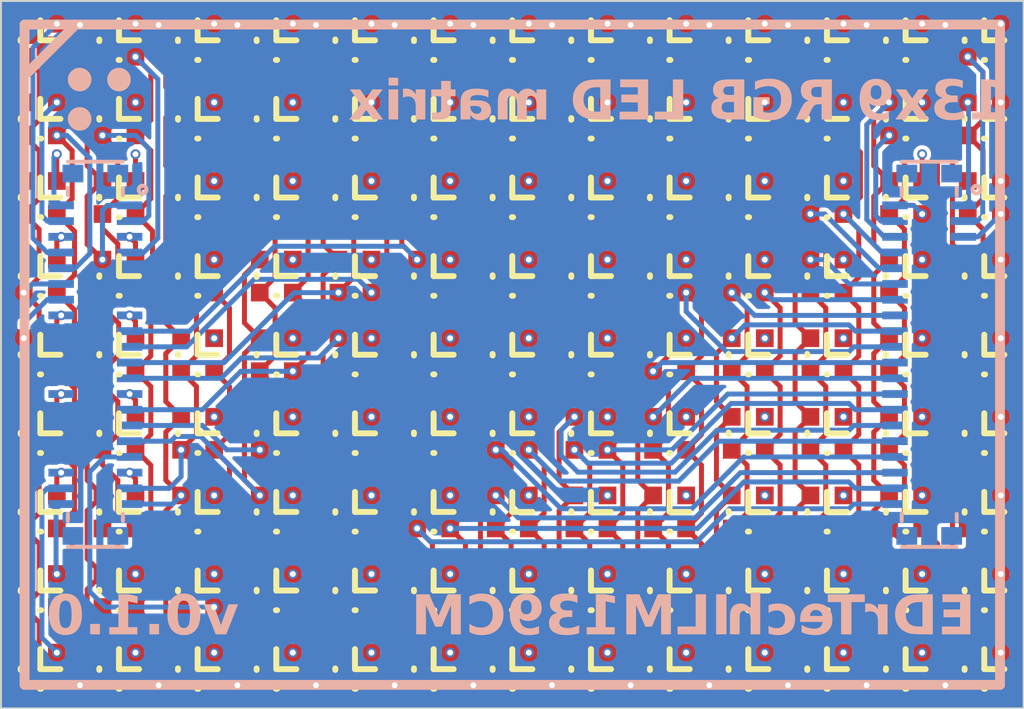
<source format=kicad_pcb>
(kicad_pcb (version 20241229) (generator "pcbnew") (generator_version "9.0")
  (title_block (title "ILM139CM RGB LED matrix") (date "24.04.2025.") (rev "v0.1.0") (company "EDrTech d.o.o."))
  (layers (0 "F.Cu" signal) (4 "In1.Cu" signal) (6 "In2.Cu" signal) (2 "B.Cu" signal) (13 "F.Paste" user) (15 "B.Paste" user) (5 "F.SilkS" user "F.Silkscreen") (7 "B.SilkS" user "B.Silkscreen") (1 "F.Mask" user) (3 "B.Mask" user) (25 "Edge.Cuts" user))
  (net 0 "")
  (net 1 "GND")
  (net 2 "SW1")
  (net 3 "SW3")
  (net 4 "SW5")
  (net 5 "SW2")
  (net 6 "SW7")
  (net 7 "SW9")
  (net 8 "SW4")
  (net 9 "SW8")
  (net 10 "SW6")
  (net 11 "S1")
  (net 12 "S2")
  (net 13 "S3")
  (net 14 "S6")
  (net 15 "S5")
  (net 16 "S4")
  (net 17 "S9")
  (net 18 "S8")
  (net 19 "S7")
  (net 20 "S18")
  (net 21 "S17")
  (net 22 "S16")
  (net 23 "S15")
  (net 24 "S14")
  (net 25 "S13")
  (net 26 "S12")
  (net 27 "S11")
  (net 28 "S10")
  (net 29 "S27")
  (net 30 "S26")
  (net 31 "S25")
  (net 32 "S24")
  (net 33 "S23")
  (net 34 "S22")
  (net 35 "S21")
  (net 36 "S20")
  (net 37 "S19")
  (net 38 "S36")
  (net 39 "S35")
  (net 40 "S34")
  (net 41 "S33")
  (net 42 "S32")
  (net 43 "S31")
  (net 44 "S30")
  (net 45 "S29")
  (net 46 "S28")
  (net 47 "S39")
  (net 48 "S38")
  (net 55 "S37")
  (footprint "easyeda2kicad:LED-SMD_4P-L1.0-W1.0-TR_1" (layer "F.Cu") (at 99 58)
    (property "Reference" "U39" (hide yes))
    (property "Value" "XL-B1010RGBT-HF" (hide yes))
  )
  (footprint "easyeda2kicad:LED-SMD_4P-L1.0-W1.0-TR_1" (layer "F.Cu") (at 103 52)
    (property "Reference" "U58" (hide yes))
    (property "Value" "XL-B1010RGBT-HF" (hide yes))
  )
  (footprint "easyeda2kicad:LED-SMD_4P-L1.0-W1.0-TR_1" (layer "F.Cu") (at 101 62)
    (property "Reference" "U44" (hide yes))
    (property "Value" "XL-B1010RGBT-HF" (hide yes))
  )
  (footprint "easyeda2kicad:LED-SMD_4P-L1.0-W1.0-TR_1" (layer "F.Cu") (at 93 62)
    (property "Reference" "U16" (hide yes))
    (property "Value" "XL-B1010RGBT-HF" (hide yes))
  )
  (footprint "easyeda2kicad:LED-SMD_4P-L1.0-W1.0-TR_1" (layer "F.Cu") (at 95 62)
    (property "Reference" "U25" (hide yes))
    (property "Value" "XL-B1010RGBT-HF" (hide yes))
  )
  (footprint "easyeda2kicad:LED-SMD_4P-L1.0-W1.0-TR_1" (layer "F.Cu") (at 109 66)
    (property "Reference" "U106" (hide yes))
    (property "Value" "XL-B1010RGBT-HF" (hide yes))
  )
  (footprint "easyeda2kicad:LED-SMD_4P-L1.0-W1.0-TR_1" (layer "F.Cu") (at 97 68)
    (property "Reference" "U55" (hide yes))
    (property "Value" "XL-B1010RGBT-HF" (hide yes))
  )
  (footprint "easyeda2kicad:LED-SMD_4P-L1.0-W1.0-TR_1" (layer "F.Cu") (at 109 68)
    (property "Reference" "U109" (hide yes))
    (property "Value" "XL-B1010RGBT-HF" (hide yes))
  )
  (footprint "easyeda2kicad:LED-SMD_4P-L1.0-W1.0-TR_1" (layer "F.Cu") (at 107 52)
    (property "Reference" "U56" (hide yes))
    (property "Value" "XL-B1010RGBT-HF" (hide yes))
  )
  (footprint "easyeda2kicad:LED-SMD_4P-L1.0-W1.0-TR_1" (layer "F.Cu") (at 99 54)
    (property "Reference" "U33" (hide yes))
    (property "Value" "XL-B1010RGBT-HF" (hide yes))
  )
  (footprint "easyeda2kicad:LED-SMD_4P-L1.0-W1.0-TR_1" (layer "F.Cu") (at 101 58)
    (property "Reference" "U38" (hide yes))
    (property "Value" "XL-B1010RGBT-HF" (hide yes))
  )
  (footprint "easyeda2kicad:LED-SMD_4P-L1.0-W1.0-TR_1" (layer "F.Cu") (at 105 56)
    (property "Reference" "U63" (hide yes))
    (property "Value" "XL-B1010RGBT-HF" (hide yes))
  )
  (footprint "easyeda2kicad:LED-SMD_4P-L1.0-W1.0-TR_1" (layer "F.Cu") (at 103 64)
    (property "Reference" "U76" (hide yes))
    (property "Value" "XL-B1010RGBT-HF" (hide yes))
  )
  (footprint "easyeda2kicad:LED-SMD_4P-L1.0-W1.0-TR_1" (layer "F.Cu") (at 109 64)
    (property "Reference" "U103" (hide yes))
    (property "Value" "XL-B1010RGBT-HF" (hide yes))
  )
  (footprint "easyeda2kicad:LED-SMD_4P-L1.0-W1.0-TR_1" (layer "F.Cu") (at 91 52)
    (property "Reference" "U2" (hide yes))
    (property "Value" "XL-B1010RGBT-HF" (hide yes))
  )
  (footprint "easyeda2kicad:LED-SMD_4P-L1.0-W1.0-TR_1" (layer "F.Cu") (at 107 58)
    (property "Reference" "U65" (hide yes))
    (property "Value" "XL-B1010RGBT-HF" (hide yes))
  )
  (footprint "easyeda2kicad:LED-SMD_4P-L1.0-W1.0-TR_1" (layer "F.Cu") (at 105 68)
    (property "Reference" "U81" (hide yes))
    (property "Value" "XL-B1010RGBT-HF" (hide yes))
  )
  (footprint "easyeda2kicad:LED-SMD_4P-L1.0-W1.0-TR_1" (layer "F.Cu") (at 93 66)
    (property "Reference" "U18" (hide yes))
    (property "Value" "XL-B1010RGBT-HF" (hide yes))
  )
  (footprint "easyeda2kicad:LED-SMD_4P-L1.0-W1.0-TR_1" (layer "F.Cu") (at 111 62)
    (property "Reference" "U99" (hide yes))
    (property "Value" "XL-B1010RGBT-HF" (hide yes))
  )
  (footprint "easyeda2kicad:LED-SMD_4P-L1.0-W1.0-TR_1" (layer "F.Cu") (at 97 58)
    (property "Reference" "U40" (hide yes))
    (property "Value" "XL-B1010RGBT-HF" (hide yes))
  )
  (footprint "easyeda2kicad:LED-SMD_4P-L1.0-W1.0-TR_1" (layer "F.Cu") (at 113 58)
    (property "Reference" "U92" (hide yes))
    (property "Value" "XL-B1010RGBT-HF" (hide yes))
  )
  (footprint "easyeda2kicad:LED-SMD_4P-L1.0-W1.0-TR_1" (layer "F.Cu") (at 113 66)
    (property "Reference" "U104" (hide yes))
    (property "Value" "XL-B1010RGBT-HF" (hide yes))
  )
  (footprint "easyeda2kicad:LED-SMD_4P-L1.0-W1.0-TR_1" (layer "F.Cu") (at 99 66)
    (property "Reference" "U51" (hide yes))
    (property "Value" "XL-B1010RGBT-HF" (hide yes))
  )
  (footprint "easyeda2kicad:LED-SMD_4P-L1.0-W1.0-TR_1" (layer "F.Cu") (at 103 66)
    (property "Reference" "U79" (hide yes))
    (property "Value" "XL-B1010RGBT-HF" (hide yes))
  )
  (footprint "easyeda2kicad:LED-SMD_4P-L1.0-W1.0-TR_1" (layer "F.Cu") (at 95 52)
    (property "Reference" "U20" (hide yes))
    (property "Value" "XL-B1010RGBT-HF" (hide yes))
  )
  (footprint "easyeda2kicad:LED-SMD_4P-L1.0-W1.0-TR_1" (layer "F.Cu") (at 103 68)
    (property "Reference" "U82" (hide yes))
    (property "Value" "XL-B1010RGBT-HF" (hide yes))
  )
  (footprint "easyeda2kicad:LED-SMD_4P-L1.0-W1.0-TR_1" (layer "F.Cu") (at 113 56)
    (property "Reference" "U89" (hide yes))
    (property "Value" "XL-B1010RGBT-HF" (hide yes))
  )
  (footprint "easyeda2kicad:LED-SMD_4P-L1.0-W1.0-TR_1" (layer "F.Cu") (at 103 60)
    (property "Reference" "U70" (hide yes))
    (property "Value" "XL-B1010RGBT-HF" (hide yes))
  )
  (footprint "easyeda2kicad:LED-SMD_4P-L1.0-W1.0-TR_1" (layer "F.Cu") (at 101 52)
    (property "Reference" "U29" (hide yes))
    (property "Value" "XL-B1010RGBT-HF" (hide yes))
  )
  (footprint "easyeda2kicad:LED-SMD_4P-L1.0-W1.0-TR_1" (layer "F.Cu") (at 109 58)
    (property "Reference" "U94" (hide yes))
    (property "Value" "XL-B1010RGBT-HF" (hide yes))
  )
  (footprint "easyeda2kicad:LED-SMD_4P-L1.0-W1.0-TR_1" (layer "F.Cu") (at 97 54)
    (property "Reference" "U34" (hide yes))
    (property "Value" "XL-B1010RGBT-HF" (hide yes))
  )
  (footprint "easyeda2kicad:LED-SMD_4P-L1.0-W1.0-TR_1" (layer "F.Cu") (at 115 56)
    (property "Reference" "U112" (hide yes))
    (property "Value" "XL-B1010RGBT-HF" (hide yes))
  )
  (footprint "easyeda2kicad:LED-SMD_4P-L1.0-W1.0-TR_1" (layer "F.Cu") (at 91 56)
    (property "Reference" "U4" (hide yes))
    (property "Value" "XL-B1010RGBT-HF" (hide yes))
  )
  (footprint "easyeda2kicad:LED-SMD_4P-L1.0-W1.0-TR_1" (layer "F.Cu") (at 107 60)
    (property "Reference" "U68" (hide yes))
    (property "Value" "XL-B1010RGBT-HF" (hide yes))
  )
  (footprint "easyeda2kicad:LED-SMD_4P-L1.0-W1.0-TR_1" (layer "F.Cu") (at 113 60)
    (property "Reference" "U95" (hide yes))
    (property "Value" "XL-B1010RGBT-HF" (hide yes))
  )
  (footprint "easyeda2kicad:LED-SMD_4P-L1.0-W1.0-TR_1" (layer "F.Cu") (at 115 68)
    (property "Reference" "U118" (hide yes))
    (property "Value" "XL-B1010RGBT-HF" (hide yes))
  )
  (footprint "easyeda2kicad:LED-SMD_4P-L1.0-W1.0-TR_1" (layer "F.Cu") (at 105 60)
    (property "Reference" "U69" (hide yes))
    (property "Value" "XL-B1010RGBT-HF" (hide yes))
  )
  (footprint "easyeda2kicad:LED-SMD_4P-L1.0-W1.0-TR_1" (layer "F.Cu") (at 101 60)
    (property "Reference" "U41" (hide yes))
    (property "Value" "XL-B1010RGBT-HF" (hide yes))
  )
  (footprint "easyeda2kicad:LED-SMD_4P-L1.0-W1.0-TR_1" (layer "F.Cu") (at 103 62)
    (property "Reference" "U73" (hide yes))
    (property "Value" "XL-B1010RGBT-HF" (hide yes))
  )
  (footprint "easyeda2kicad:LED-SMD_4P-L1.0-W1.0-TR_1" (layer "F.Cu") (at 107 64)
    (property "Reference" "U74" (hide yes))
    (property "Value" "XL-B1010RGBT-HF" (hide yes))
  )
  (footprint "easyeda2kicad:LED-SMD_4P-L1.0-W1.0-TR_1" (layer "F.Cu") (at 115 62)
    (property "Reference" "U115" (hide yes))
    (property "Value" "XL-B1010RGBT-HF" (hide yes))
  )
  (footprint "easyeda2kicad:LED-SMD_4P-L1.0-W1.0-TR_1" (layer "F.Cu") (at 113 62)
    (property "Reference" "U98" (hide yes))
    (property "Value" "XL-B1010RGBT-HF" (hide yes))
  )
  (footprint "easyeda2kicad:LED-SMD_4P-L1.0-W1.0-TR_1" (layer "F.Cu") (at 103 56)
    (property "Reference" "U64" (hide yes))
    (property "Value" "XL-B1010RGBT-HF" (hide yes))
  )
  (footprint "easyeda2kicad:LED-SMD_4P-L1.0-W1.0-TR_1" (layer "F.Cu") (at 111 56)
    (property "Reference" "U90" (hide yes))
    (property "Value" "XL-B1010RGBT-HF" (hide yes))
  )
  (footprint "easyeda2kicad:LED-SMD_4P-L1.0-W1.0-TR_1" (layer "F.Cu") (at 107 56)
    (property "Reference" "U62" (hide yes))
    (property "Value" "XL-B1010RGBT-HF" (hide yes))
  )
  (footprint "easyeda2kicad:LED-SMD_4P-L1.0-W1.0-TR_1" (layer "F.Cu") (at 115 54)
    (property "Reference" "U111" (hide yes))
    (property "Value" "XL-B1010RGBT-HF" (hide yes))
  )
  (footprint "easyeda2kicad:LED-SMD_4P-L1.0-W1.0-TR_1" (layer "F.Cu") (at 93 64)
    (property "Reference" "U17" (hide yes))
    (property "Value" "XL-B1010RGBT-HF" (hide yes))
  )
  (footprint "easyeda2kicad:LED-SMD_4P-L1.0-W1.0-TR_1" (layer "F.Cu") (at 111 54)
    (property "Reference" "U87" (hide yes))
    (property "Value" "XL-B1010RGBT-HF" (hide yes))
  )
  (footprint "easyeda2kicad:LED-SMD_4P-L1.0-W1.0-TR_1" (layer "F.Cu") (at 109 56)
    (property "Reference" "U91" (hide yes))
    (property "Value" "XL-B1010RGBT-HF" (hide yes))
  )
  (footprint "easyeda2kicad:LED-SMD_4P-L1.0-W1.0-TR_1" (layer "F.Cu") (at 111 60)
    (property "Reference" "U96" (hide yes))
    (property "Value" "XL-B1010RGBT-HF" (hide yes))
  )
  (footprint "easyeda2kicad:LED-SMD_4P-L1.0-W1.0-TR_1" (layer "F.Cu") (at 101 64)
    (property "Reference" "U47" (hide yes))
    (property "Value" "XL-B1010RGBT-HF" (hide yes))
  )
  (footprint "easyeda2kicad:LED-SMD_4P-L1.0-W1.0-TR_1" (layer "F.Cu") (at 91 54)
    (property "Reference" "U3" (hide yes))
    (property "Value" "XL-B1010RGBT-HF" (hide yes))
  )
  (footprint "easyeda2kicad:LED-SMD_4P-L1.0-W1.0-TR_1" (layer "F.Cu") (at 99 62)
    (property "Reference" "U45" (hide yes))
    (property "Value" "XL-B1010RGBT-HF" (hide yes))
  )
  (footprint "easyeda2kicad:LED-SMD_4P-L1.0-W1.0-TR_1" (layer "F.Cu") (at 91 66)
    (property "Reference" "U9" (hide yes))
    (property "Value" "XL-B1010RGBT-HF" (hide yes))
  )
  (footprint "easyeda2kicad:LED-SMD_4P-L1.0-W1.0-TR_1" (layer "F.Cu") (at 95 54)
    (property "Reference" "U21" (hide yes))
    (property "Value" "XL-B1010RGBT-HF" (hide yes))
  )
  (footprint "easyeda2kicad:LED-SMD_4P-L1.0-W1.0-TR_1" (layer "F.Cu") (at 105 64)
    (property "Reference" "U75" (hide yes))
    (property "Value" "XL-B1010RGBT-HF" (hide yes))
  )
  (footprint "easyeda2kicad:LED-SMD_4P-L1.0-W1.0-TR_1" (layer "F.Cu") (at 109 62)
    (property "Reference" "U100" (hide yes))
    (property "Value" "XL-B1010RGBT-HF" (hide yes))
  )
  (footprint "easyeda2kicad:LED-SMD_4P-L1.0-W1.0-TR_1" (layer "F.Cu") (at 105 62)
    (property "Reference" "U72" (hide yes))
    (property "Value" "XL-B1010RGBT-HF" (hide yes))
  )
  (footprint "easyeda2kicad:LED-SMD_4P-L1.0-W1.0-TR_1" (layer "F.Cu") (at 99 56)
    (property "Reference" "U36" (hide yes))
    (property "Value" "XL-B1010RGBT-HF" (hide yes))
  )
  (footprint "easyeda2kicad:LED-SMD_4P-L1.0-W1.0-TR_1" (layer "F.Cu") (at 95 64)
    (property "Reference" "U26" (hide yes))
    (property "Value" "XL-B1010RGBT-HF" (hide yes))
  )
  (footprint "easyeda2kicad:LED-SMD_4P-L1.0-W1.0-TR_1" (layer "F.Cu") (at 115 66)
    (property "Reference" "U117" (hide yes))
    (property "Value" "XL-B1010RGBT-HF" (hide yes))
  )
  (footprint "easyeda2kicad:LED-SMD_4P-L1.0-W1.0-TR_1" (layer "F.Cu") (at 115 64)
    (property "Reference" "U116" (hide yes))
    (property "Value" "XL-B1010RGBT-HF" (hide yes))
  )
  (footprint "easyeda2kicad:LED-SMD_4P-L1.0-W1.0-TR_1" (layer "F.Cu") (at 107 62)
    (property "Reference" "U71" (hide yes))
    (property "Value" "XL-B1010RGBT-HF" (hide yes))
  )
  (footprint "easyeda2kicad:LED-SMD_4P-L1.0-W1.0-TR_1" (layer "F.Cu") (at 107 54)
    (property "Reference" "U59" (hide yes))
    (property "Value" "XL-B1010RGBT-HF" (hide yes))
  )
  (footprint "easyeda2kicad:LED-SMD_4P-L1.0-W1.0-TR_1" (layer "F.Cu") (at 101 54)
    (property "Reference" "U32" (hide yes))
    (property "Value" "XL-B1010RGBT-HF" (hide yes))
  )
  (footprint "easyeda2kicad:LED-SMD_4P-L1.0-W1.0-TR_1" (layer "F.Cu") (at 99 52)
    (property "Reference" "U30" (hide yes))
    (property "Value" "XL-B1010RGBT-HF" (hide yes))
  )
  (footprint "easyeda2kicad:LED-SMD_4P-L1.0-W1.0-TR_1" (layer "F.Cu") (at 101 66)
    (property "Reference" "U50" (hide yes))
    (property "Value" "XL-B1010RGBT-HF" (hide yes))
  )
  (footprint "easyeda2kicad:LED-SMD_4P-L1.0-W1.0-TR_1" (layer "F.Cu") (at 111 64)
    (property "Reference" "U102" (hide yes))
    (property "Value" "XL-B1010RGBT-HF" (hide yes))
  )
  (footprint "easyeda2kicad:LED-SMD_4P-L1.0-W1.0-TR_1" (layer "F.Cu") (at 99 68)
    (property "Reference" "U54" (hide yes))
    (property "Value" "XL-B1010RGBT-HF" (hide yes))
  )
  (footprint "easyeda2kicad:LED-SMD_4P-L1.0-W1.0-TR_1" (layer "F.Cu") (at 101 68)
    (property "Reference" "U53" (hide yes))
    (property "Value" "XL-B1010RGBT-HF" (hide yes))
  )
  (footprint "easyeda2kicad:LED-SMD_4P-L1.0-W1.0-TR_1" (layer "F.Cu") (at 115 60)
    (property "Reference" "U114" (hide yes))
    (property "Value" "XL-B1010RGBT-HF" (hide yes))
  )
  (footprint "easyeda2kicad:LED-SMD_4P-L1.0-W1.0-TR_1" (layer "F.Cu") (at 91 64)
    (property "Reference" "U8" (hide yes))
    (property "Value" "XL-B1010RGBT-HF" (hide yes))
  )
  (footprint "easyeda2kicad:LED-SMD_4P-L1.0-W1.0-TR_1" (layer "F.Cu") (at 101 56)
    (property "Reference" "U35" (hide yes))
    (property "Value" "XL-B1010RGBT-HF" (hide yes))
  )
  (footprint "easyeda2kicad:LED-SMD_4P-L1.0-W1.0-TR_1" (layer "F.Cu") (at 115 52)
    (property "Reference" "U110" (hide yes))
    (property "Value" "XL-B1010RGBT-HF" (hide yes))
  )
  (footprint "easyeda2kicad:LED-SMD_4P-L1.0-W1.0-TR_1" (layer "F.Cu") (at 111 66)
    (property "Reference" "U105" (hide yes))
    (property "Value" "XL-B1010RGBT-HF" (hide yes))
  )
  (footprint "easyeda2kicad:LED-SMD_4P-L1.0-W1.0-TR_1" (layer "F.Cu") (at 93 52)
    (property "Reference" "U11" (hide yes))
    (property "Value" "XL-B1010RGBT-HF" (hide yes))
  )
  (footprint "easyeda2kicad:LED-SMD_4P-L1.0-W1.0-TR_1" (layer "F.Cu") (at 95 60)
    (property "Reference" "U24" (hide yes))
    (property "Value" "XL-B1010RGBT-HF" (hide yes))
  )
  (footprint "easyeda2kicad:LED-SMD_4P-L1.0-W1.0-TR_1" (layer "F.Cu") (at 107 68)
    (property "Reference" "U80" (hide yes))
    (property "Value" "XL-B1010RGBT-HF" (hide yes))
  )
  (footprint "easyeda2kicad:LED-SMD_4P-L1.0-W1.0-TR_1" (layer "F.Cu") (at 111 58)
    (property "Reference" "U93" (hide yes))
    (property "Value" "XL-B1010RGBT-HF" (hide yes))
  )
  (footprint "easyeda2kicad:LED-SMD_4P-L1.0-W1.0-TR_1" (layer "F.Cu") (at 95 68)
    (property "Reference" "U28" (hide yes))
    (property "Value" "XL-B1010RGBT-HF" (hide yes))
  )
  (footprint "easyeda2kicad:LED-SMD_4P-L1.0-W1.0-TR_1" (layer "F.Cu") (at 105 66)
    (property "Reference" "U78" (hide yes))
    (property "Value" "XL-B1010RGBT-HF" (hide yes))
  )
  (footprint "easyeda2kicad:LED-SMD_4P-L1.0-W1.0-TR_1" (layer "F.Cu") (at 95 56)
    (property "Reference" "U22" (hide yes))
    (property "Value" "XL-B1010RGBT-HF" (hide yes))
  )
  (footprint "easyeda2kicad:LED-SMD_4P-L1.0-W1.0-TR_1" (layer "F.Cu") (at 113 54)
    (property "Reference" "U86" (hide yes))
    (property "Value" "XL-B1010RGBT-HF" (hide yes))
  )
  (footprint "easyeda2kicad:LED-SMD_4P-L1.0-W1.0-TR_1" (layer "F.Cu") (at 111 68)
    (property "Reference" "U108" (hide yes))
    (property "Value" "XL-B1010RGBT-HF" (hide yes))
  )
  (footprint "easyeda2kicad:LED-SMD_4P-L1.0-W1.0-TR_1" (layer "F.Cu") (at 91 60)
    (property "Reference" "U6" (hide yes))
    (property "Value" "XL-B1010RGBT-HF" (hide yes))
  )
  (footprint "easyeda2kicad:LED-SMD_4P-L1.0-W1.0-TR_1" (layer "F.Cu") (at 105 52)
    (property "Reference" "U57" (hide yes))
    (property "Value" "XL-B1010RGBT-HF" (hide yes))
  )
  (footprint "easyeda2kicad:LED-SMD_4P-L1.0-W1.0-TR_1" (layer "F.Cu") (at 105 58)
    (property "Reference" "U66" (hide yes))
    (property "Value" "XL-B1010RGBT-HF" (hide yes))
  )
  (footprint "easyeda2kicad:LED-SMD_4P-L1.0-W1.0-TR_1" (layer "F.Cu") (at 91 68)
    (property "Reference" "U10" (hide yes))
    (property "Value" "XL-B1010RGBT-HF" (hide yes))
  )
  (footprint "easyeda2kicad:LED-SMD_4P-L1.0-W1.0-TR_1" (layer "F.Cu") (at 111 52)
    (property "Reference" "U84" (hide yes))
    (property "Value" "XL-B1010RGBT-HF" (hide yes))
  )
  (footprint "easyeda2kicad:LED-SMD_4P-L1.0-W1.0-TR_1" (layer "F.Cu") (at 109 54)
    (property "Reference" "U88" (hide yes))
    (property "Value" "XL-B1010RGBT-HF" (hide yes))
  )
  (footprint "easyeda2kicad:LED-SMD_4P-L1.0-W1.0-TR_1" (layer "F.Cu") (at 99 60)
    (property "Reference" "U42" (hide yes))
    (property "Value" "XL-B1010RGBT-HF" (hide yes))
  )
  (footprint "easyeda2kicad:LED-SMD_4P-L1.0-W1.0-TR_1" (layer "F.Cu") (at 97 52)
    (property "Reference" "U31" (hide yes))
    (property "Value" "XL-B1010RGBT-HF" (hide yes))
  )
  (footprint "easyeda2kicad:LED-SMD_4P-L1.0-W1.0-TR_1" (layer "F.Cu") (at 109 52)
    (property "Reference" "U85" (hide yes))
    (property "Value" "XL-B1010RGBT-HF" (hide yes))
  )
  (footprint "easyeda2kicad:LED-SMD_4P-L1.0-W1.0-TR_1" (layer "F.Cu") (at 95 66)
    (property "Reference" "U27" (hide yes))
    (property "Value" "XL-B1010RGBT-HF" (hide yes))
  )
  (footprint "easyeda2kicad:LED-SMD_4P-L1.0-W1.0-TR_1" (layer "F.Cu") (at 95 58)
    (property "Reference" "U23" (hide yes))
    (property "Value" "XL-B1010RGBT-HF" (hide yes))
  )
  (footprint "easyeda2kicad:LED-SMD_4P-L1.0-W1.0-TR_1" (layer "F.Cu") (at 97 56)
    (property "Reference" "U37" (hide yes))
    (property "Value" "XL-B1010RGBT-HF" (hide yes))
  )
  (footprint "easyeda2kicad:LED-SMD_4P-L1.0-W1.0-TR_1" (layer "F.Cu") (at 103 58)
    (property "Reference" "U67" (hide yes))
    (property "Value" "XL-B1010RGBT-HF" (hide yes))
  )
  (footprint "easyeda2kicad:LED-SMD_4P-L1.0-W1.0-TR_1" (layer "F.Cu") (at 93 54)
    (property "Reference" "U12" (hide yes))
    (property "Value" "XL-B1010RGBT-HF" (hide yes))
  )
  (footprint "easyeda2kicad:LED-SMD_4P-L1.0-W1.0-TR_1" (layer "F.Cu") (at 91 62)
    (property "Reference" "U7" (hide yes))
    (property "Value" "XL-B1010RGBT-HF" (hide yes))
  )
  (footprint "easyeda2kicad:LED-SMD_4P-L1.0-W1.0-TR_1" (layer "F.Cu") (at 103 54)
    (property "Reference" "U61" (hide yes))
    (property "Value" "XL-B1010RGBT-HF" (hide yes))
  )
  (footprint "easyeda2kicad:LED-SMD_4P-L1.0-W1.0-TR_1" (layer "F.Cu") (at 115 58)
    (property "Reference" "U113" (hide yes))
    (property "Value" "XL-B1010RGBT-HF" (hide yes))
  )
  (footprint "easyeda2kicad:LED-SMD_4P-L1.0-W1.0-TR_1" (layer "F.Cu") (at 109 60)
    (property "Reference" "U97" (hide yes))
    (property "Value" "XL-B1010RGBT-HF" (hide yes))
  )
  (footprint "easyeda2kicad:LED-SMD_4P-L1.0-W1.0-TR_1" (layer "F.Cu") (at 113 64)
    (property "Reference" "U101" (hide yes))
    (property "Value" "XL-B1010RGBT-HF" (hide yes))
  )
  (footprint "easyeda2kicad:LED-SMD_4P-L1.0-W1.0-TR_1" (layer "F.Cu") (at 99 64)
    (property "Reference" "U48" (hide yes))
    (property "Value" "XL-B1010RGBT-HF" (hide yes))
  )
  (footprint "easyeda2kicad:LED-SMD_4P-L1.0-W1.0-TR_1" (layer "F.Cu") (at 93 60)
    (property "Reference" "U15" (hide yes))
    (property "Value" "XL-B1010RGBT-HF" (hide yes))
  )
  (footprint "easyeda2kicad:LED-SMD_4P-L1.0-W1.0-TR_1" (layer "F.Cu") (at 97 60)
    (property "Reference" "U43" (hide yes))
    (property "Value" "XL-B1010RGBT-HF" (hide yes))
  )
  (footprint "easyeda2kicad:LED-SMD_4P-L1.0-W1.0-TR_1" (layer "F.Cu") (at 107 66)
    (property "Reference" "U77" (hide yes))
    (property "Value" "XL-B1010RGBT-HF" (hide yes))
  )
  (footprint "easyeda2kicad:LED-SMD_4P-L1.0-W1.0-TR_1" (layer "F.Cu") (at 97 66)
    (property "Reference" "U52" (hide yes))
    (property "Value" "XL-B1010RGBT-HF" (hide yes))
  )
  (footprint "easyeda2kicad:LED-SMD_4P-L1.0-W1.0-TR_1" (layer "F.Cu") (at 97 64)
    (property "Reference" "U49" (hide yes))
    (property "Value" "XL-B1010RGBT-HF" (hide yes))
  )
  (footprint "easyeda2kicad:LED-SMD_4P-L1.0-W1.0-TR_1" (layer "F.Cu") (at 105 54)
    (property "Reference" "U60" (hide yes))
    (property "Value" "XL-B1010RGBT-HF" (hide yes))
  )
  (footprint "easyeda2kicad:LED-SMD_4P-L1.0-W1.0-TR_1" (layer "F.Cu") (at 113 52)
    (property "Reference" "U83" (hide yes))
    (property "Value" "XL-B1010RGBT-HF" (hide yes))
  )
  (footprint "easyeda2kicad:LED-SMD_4P-L1.0-W1.0-TR_1" (layer "F.Cu") (at 93 56)
    (property "Reference" "U13" (hide yes))
    (property "Value" "XL-B1010RGBT-HF" (hide yes))
  )
  (footprint "easyeda2kicad:LED-SMD_4P-L1.0-W1.0-TR_1" (layer "F.Cu") (at 97 62)
    (property "Reference" "U46" (hide yes))
    (property "Value" "XL-B1010RGBT-HF" (hide yes))
  )
  (footprint "easyeda2kicad:LED-SMD_4P-L1.0-W1.0-TR_1" (layer "F.Cu") (at 113 68)
    (property "Reference" "U107" (hide yes))
    (property "Value" "XL-B1010RGBT-HF" (hide yes))
  )
  (footprint "easyeda2kicad:LED-SMD_4P-L1.0-W1.0-TR_1" (layer "F.Cu") (at 91 58)
    (property "Reference" "U5" (hide yes))
    (property "Value" "XL-B1010RGBT-HF" (hide yes))
  )
  (footprint "easyeda2kicad:LED-SMD_4P-L1.0-W1.0-TR_1" (layer "F.Cu") (at 93 68)
    (property "Reference" "U19" (hide yes))
    (property "Value" "XL-B1010RGBT-HF" (hide yes))
  )
  (footprint "easyeda2kicad:LED-SMD_4P-L1.0-W1.0-TR_1" (layer "F.Cu") (at 93 58)
    (property "Reference" "U14" (hide yes))
    (property "Value" "XL-B1010RGBT-HF" (hide yes))
  )
  (footprint "easyeda2kicad:CONN-SMD_40P-P0.40_OK-14GM040-04" (layer "B.Cu") (at 92.4 60 -90)
    (property "Reference" "CN4" (hide yes))
    (property "Value" "AXE640124D" (hide yes))
  )
  (footprint "easyeda2kicad:CONN-SMD_40P-P0.40_OK-14GM040-04" (layer "B.Cu") (at 113.6 60 -90)
    (property "Reference" "CN3" (hide yes))
    (property "Value" "AXE640124D" (hide yes))
  )
  (gr_circle (center 92 53) (end 92.25 53) (stroke (width 0.1)) (fill yes) (layer "B.SilkS"))
  (gr_circle (center 93 53) (end 93.25 53) (stroke (width 0.1)) (fill yes) (layer "B.SilkS"))
  (gr_line (start 115.4 68.4) (end 90.6 68.4) (stroke (width 0.25)) (layer "B.SilkS"))
  (gr_line (start 90.6 51.6) (end 115.4 51.6) (stroke (width 0.25)) (layer "B.SilkS"))
  (gr_line (start 90.6 68.4) (end 90.6 51.6) (stroke (width 0.25)) (layer "B.SilkS"))
  (gr_line (start 115.4 51.6) (end 115.4 68.4) (stroke (width 0.25)) (layer "B.SilkS"))
  (gr_line (start 90.6 52.9) (end 91.9 51.6) (stroke (width 0.25)) (layer "B.SilkS"))
  (gr_circle (center 92 54) (end 92.25 54) (stroke (width 0.1)) (fill yes) (layer "B.SilkS"))
  (gr_line (start 90 51) (end 90 69) (stroke (width 0.05)) (layer "Edge.Cuts"))
  (gr_line (start 116 51) (end 116 69) (stroke (width 0.05)) (layer "Edge.Cuts"))
  (gr_line (start 116 69) (end 90 69) (stroke (width 0.05)) (layer "Edge.Cuts"))
  (gr_line (start 90 51) (end 116 51) (stroke (width 0.05)) (layer "Edge.Cuts"))
  (gr_text "ILM139CM" (at 104.5 66.7 0) (layer "B.SilkS") (effects (font (size 1 1) (thickness 0.2) (bold yes)) (justify mirror)))
  (gr_text "13x9 RGB LED matrix" (at 107.2 53.6 0) (layer "B.SilkS") (effects (font (size 1 1) (thickness 0.1) (bold yes)) (justify mirror)))
  (gr_text "EDrTech" (at 111.6 66.7 0) (layer "B.SilkS") (effects (font (size 1 1) (thickness 0.2) (bold yes)) (justify mirror)))
  (gr_text "v0.1.0" (at 93.6 66.7 0) (layer "B.SilkS") (effects (font (size 1 1) (thickness 0.2) (bold yes)) (justify mirror)))
  (via (at 100.0095 68.4095) (size 0.25) (drill 0.15) (layers "F.Cu" "B.Cu") (net 1))
  (via (at 106.0095 68.4095) (size 0.25) (drill 0.15) (layers "F.Cu" "B.Cu") (net 1))
  (via (at 102.0095 51.6095) (size 0.25) (drill 0.15) (layers "F.Cu" "B.Cu") (net 1))
  (via (at 98.0095 68.4095) (size 0.25) (drill 0.15) (layers "F.Cu" "B.Cu") (net 1))
  (via (at 110.0095 51.6095) (size 0.25) (drill 0.15) (layers "F.Cu" "B.Cu") (net 1))
  (via (at 112.0095 51.6095) (size 0.25) (drill 0.15) (layers "F.Cu" "B.Cu") (net 1))
  (via (at 108.0095 51.6095) (size 0.25) (drill 0.15) (layers "F.Cu" "B.Cu") (net 1))
  (via (at 98.0095 51.6095) (size 0.25) (drill 0.15) (layers "F.Cu" "B.Cu") (net 1))
  (via (at 100.0095 51.6095) (size 0.25) (drill 0.15) (layers "F.Cu" "B.Cu") (net 1))
  (via (at 94.0095 68.4095) (size 0.25) (drill 0.15) (layers "F.Cu" "B.Cu") (net 1))
  (via (at 96.0095 68.4095) (size 0.25) (drill 0.15) (layers "F.Cu" "B.Cu") (net 1))
  (via (at 94.0095 51.6095) (size 0.25) (drill 0.15) (layers "F.Cu" "B.Cu") (net 1))
  (via (at 92.0095 51.6095) (size 0.25) (drill 0.15) (layers "F.Cu" "B.Cu") (net 1))
  (via (at 104.0095 51.6095) (size 0.25) (drill 0.15) (layers "F.Cu" "B.Cu") (net 1))
  (via (at 108.0095 68.4095) (size 0.25) (drill 0.15) (layers "F.Cu" "B.Cu") (net 1))
  (via (at 114.0095 68.4095) (size 0.25) (drill 0.15) (layers "F.Cu" "B.Cu") (net 1))
  (via (at 106.0095 51.6095) (size 0.25) (drill 0.15) (layers "F.Cu" "B.Cu") (net 1))
  (via (at 114.0095 51.6095) (size 0.25) (drill 0.15) (layers "F.Cu" "B.Cu") (net 1))
  (via (at 104.0095 68.4095) (size 0.25) (drill 0.15) (layers "F.Cu" "B.Cu") (net 1))
  (via (at 112.0095 68.4095) (size 0.25) (drill 0.15) (layers "F.Cu" "B.Cu") (net 1))
  (via (at 102.0095 68.4095) (size 0.25) (drill 0.15) (layers "F.Cu" "B.Cu") (net 1))
  (via (at 110.0095 68.4095) (size 0.25) (drill 0.15) (layers "F.Cu" "B.Cu") (net 1))
  (via (at 96.0095 51.6095) (size 0.25) (drill 0.15) (layers "F.Cu" "B.Cu") (net 1))
  (via (at 92.0095 68.4095) (size 0.25) (drill 0.15) (layers "F.Cu" "B.Cu") (net 1))
  (via (at 113.42 51.58) (size 0.25) (drill 0.15) (layers "F.Cu" "B.Cu") (net 2))
  (via (at 103.42 51.58) (size 0.25) (drill 0.15) (layers "F.Cu" "B.Cu") (net 2))
  (via (at 97.42 51.58) (size 0.25) (drill 0.15) (layers "F.Cu" "B.Cu") (net 2))
  (via (at 107.42 51.58) (size 0.25) (drill 0.15) (layers "F.Cu" "B.Cu") (net 2))
  (via (at 105.42 51.58) (size 0.25) (drill 0.15) (layers "F.Cu" "B.Cu") (net 2))
  (via (at 109.42 51.58) (size 0.25) (drill 0.15) (layers "F.Cu" "B.Cu") (net 2))
  (via (at 93.42 51.58) (size 0.25) (drill 0.15) (layers "F.Cu" "B.Cu") (net 2))
  (via (at 115.42 51.58) (size 0.25) (drill 0.15) (layers "F.Cu" "B.Cu") (net 2))
  (via (at 101.42 51.58) (size 0.25) (drill 0.15) (layers "F.Cu" "B.Cu") (net 2))
  (via (at 91.42 51.58) (size 0.25) (drill 0.15) (layers "F.Cu" "B.Cu") (net 2))
  (via (at 111.42 51.58) (size 0.25) (drill 0.15) (layers "F.Cu" "B.Cu") (net 2))
  (via (at 95.42 51.58) (size 0.25) (drill 0.15) (layers "F.Cu" "B.Cu") (net 2))
  (via (at 99.42 51.58) (size 0.25) (drill 0.15) (layers "F.Cu" "B.Cu") (net 2))
  (segment (start 91.176 57.4) (end 90.8125 57.0365) (width 0.127) (layer "B.Cu") (net 2))
  (segment (start 91.53 57.4) (end 91.176 57.4) (width 0.127) (layer "B.Cu") (net 2))
  (segment (start 90.8125 57.0365) (end 90.8125 52.1875) (width 0.127) (layer "B.Cu") (net 2))
  (segment (start 90.8125 52.1875) (end 91.42 51.58) (width 0.127) (layer "B.Cu") (net 2))
  (segment (start 93.42 55.58) (end 93.42 54.897252) (width 0.127) (layer "F.Cu") (net 3))
  (segment (start 113.42 55.58) (end 113.42 54.897252) (width 0.127) (layer "F.Cu") (net 3))
  (segment (start 91.42 54.897252) (end 91.42025 54.897002) (width 0.127) (layer "F.Cu") (net 3))
  (segment (start 93.42 54.897252) (end 93.42025 54.897002) (width 0.127) (layer "F.Cu") (net 3))
  (segment (start 113.42 54.897252) (end 113.42025 54.897002) (width 0.127) (layer "F.Cu") (net 3))
  (segment (start 91.42 55.58) (end 91.42 54.897252) (width 0.127) (layer "F.Cu") (net 3))
  (via (at 105.42 55.58) (size 0.25) (drill 0.15) (layers "F.Cu" "B.Cu") (net 3))
  (via (at 107.42 55.58) (size 0.25) (drill 0.15) (layers "F.Cu" "B.Cu") (net 3))
  (via (at 93.42025 54.897002) (size 0.25) (drill 0.15) (layers "F.Cu" "B.Cu") (net 3))
  (via (at 101.42 55.58) (size 0.25) (drill 0.15) (layers "F.Cu" "B.Cu") (net 3))
  (via (at 103.42 55.58) (size 0.25) (drill 0.15) (layers "F.Cu" "B.Cu") (net 3))
  (via (at 109.42 55.58) (size 0.25) (drill 0.15) (layers "F.Cu" "B.Cu") (net 3))
  (via (at 111.42 55.58) (size 0.25) (drill 0.15) (layers "F.Cu" "B.Cu") (net 3))
  (via (at 115.42 55.58) (size 0.25) (drill 0.15) (layers "F.Cu" "B.Cu") (net 3))
  (via (at 113.42025 54.897002) (size 0.25) (drill 0.15) (layers "F.Cu" "B.Cu") (net 3))
  (via (at 99.42 55.58) (size 0.25) (drill 0.15) (layers "F.Cu" "B.Cu") (net 3))
  (via (at 97.42 55.58) (size 0.25) (drill 0.15) (layers "F.Cu" "B.Cu") (net 3))
  (via (at 91.42025 54.897002) (size 0.25) (drill 0.15) (layers "F.Cu" "B.Cu") (net 3))
  (via (at 95.42 55.58) (size 0.25) (drill 0.15) (layers "F.Cu" "B.Cu") (net 3))
  (segment (start 91.34625 56.01625) (end 91.34625 56.15475) (width 0.127) (layer "B.Cu") (net 3))
  (segment (start 91.34625 56.01625) (end 91.34625 54.971002) (width 0.127) (layer "B.Cu") (net 3))
  (segment (start 91.34625 56.01625) (end 91.34625 56.01675) (width 0.127) (layer "B.Cu") (net 3))
  (segment (start 91.3745 56.2) (end 91.53 56.2) (width 0.127) (layer "B.Cu") (net 3))
  (segment (start 91.34625 56.15475) (end 91.48475 56.15475) (width 0.127) (layer "B.Cu") (net 3))
  (segment (start 91.26925 56.09475) (end 91.3745 56.2) (width 0.127) (layer "B.Cu") (net 3))
  (segment (start 91.34625 56.01675) (end 91.26925 56.09375) (width 0.127) (layer "B.Cu") (net 3))
  (segment (start 91.53 56.2) (end 91.34625 56.01625) (width 0.127) (layer "B.Cu") (net 3))
  (segment (start 91.48475 56.15475) (end 91.53 56.2) (width 0.127) (layer "B.Cu") (net 3))
  (segment (start 91.34625 54.971002) (end 91.42025 54.897002) (width 0.127) (layer "B.Cu") (net 3))
  (segment (start 91.26925 56.09375) (end 91.26925 56.09475) (width 0.127) (layer "B.Cu") (net 3))
  (segment (start 91.42 59.11) (end 91.53 59) (width 0.127) (layer "F.Cu") (net 4))
  (segment (start 93.42 59.15) (end 93.27 59) (width 0.127) (layer "F.Cu") (net 4))
  (segment (start 93.42 59.58) (end 93.42 59.15) (width 0.127) (layer "F.Cu") (net 4))
  (segment (start 91.42 59.58) (end 91.42 59.11) (width 0.127) (layer "F.Cu") (net 4))
  (via (at 99.42 59.58) (size 0.25) (drill 0.15) (layers "F.Cu" "B.Cu") (net 4))
  (via (at 111.42 59.58) (size 0.25) (drill 0.15) (layers "F.Cu" "B.Cu") (net 4))
  (via (at 101.42 59.58) (size 0.25) (drill 0.15) (layers "F.Cu" "B.Cu") (net 4))
  (via (at 103.42 59.58) (size 0.25) (drill 0.15) (layers "F.Cu" "B.Cu") (net 4))
  (via (at 115.42 59.58) (size 0.25) (drill 0.15) (layers "F.Cu" "B.Cu") (net 4))
  (via (at 91.53 59) (size 0.25) (drill 0.15) (layers "F.Cu" "B.Cu") (net 4))
  (via (at 109.42 59.58) (size 0.25) (drill 0.15) (layers "F.Cu" "B.Cu") (net 4))
  (via (at 95.42 59.58) (size 0.25) (drill 0.15) (layers "F.Cu" "B.Cu") (net 4))
  (via (at 97.42 59.58) (size 0.25) (drill 0.15) (layers "F.Cu" "B.Cu") (net 4))
  (via (at 93.27 59) (size 0.25) (drill 0.15) (layers "F.Cu" "B.Cu") (net 4))
  (via (at 105.42 59.58) (size 0.25) (drill 0.15) (layers "F.Cu" "B.Cu") (net 4))
  (via (at 107.42 59.58) (size 0.25) (drill 0.15) (layers "F.Cu" "B.Cu") (net 4))
  (via (at 113.42 59.58) (size 0.25) (drill 0.15) (layers "F.Cu" "B.Cu") (net 4))
  (via (at 107.42 53.58) (size 0.25) (drill 0.15) (layers "F.Cu" "B.Cu") (net 5))
  (via (at 113.42 53.58) (size 0.25) (drill 0.15) (layers "F.Cu" "B.Cu") (net 5))
  (via (at 103.42 53.58) (size 0.25) (drill 0.15) (layers "F.Cu" "B.Cu") (net 5))
  (via (at 111.42 53.58) (size 0.25) (drill 0.15) (layers "F.Cu" "B.Cu") (net 5))
  (via (at 93.42 53.58) (size 0.25) (drill 0.15) (layers "F.Cu" "B.Cu") (net 5))
  (via (at 97.42 53.58) (size 0.25) (drill 0.15) (layers "F.Cu" "B.Cu") (net 5))
  (via (at 99.42 53.58) (size 0.25) (drill 0.15) (layers "F.Cu" "B.Cu") (net 5))
  (via (at 115.42 53.58) (size 0.25) (drill 0.15) (layers "F.Cu" "B.Cu") (net 5))
  (via (at 91.42 53.58) (size 0.25) (drill 0.15) (layers "F.Cu" "B.Cu") (net 5))
  (via (at 101.42 53.58) (size 0.25) (drill 0.15) (layers "F.Cu" "B.Cu") (net 5))
  (via (at 95.42 53.58) (size 0.25) (drill 0.15) (layers "F.Cu" "B.Cu") (net 5))
  (via (at 105.42 53.58) (size 0.25) (drill 0.15) (layers "F.Cu" "B.Cu") (net 5))
  (via (at 109.42 53.58) (size 0.25) (drill 0.15) (layers "F.Cu" "B.Cu") (net 5))
  (segment (start 91.53 56.6) (end 91.176 56.6) (width 0.127) (layer "B.Cu") (net 5))
  (segment (start 91.0405 53.9595) (end 91.42 53.58) (width 0.127) (layer "B.Cu") (net 5))
  (segment (start 91.0405 56.4645) (end 91.0405 53.9595) (width 0.127) (layer "B.Cu") (net 5))
  (segment (start 91.176 56.6) (end 91.0405 56.4645) (width 0.127) (layer "B.Cu") (net 5))
  (segment (start 93.42 63.15) (end 93.27 63) (width 0.127) (layer "F.Cu") (net 6))
  (segment (start 91.42 63.11) (end 91.53 63) (width 0.127) (layer "F.Cu") (net 6))
  (segment (start 93.42 63.58) (end 93.42 63.15) (width 0.127) (layer "F.Cu") (net 6))
  (segment (start 91.42 63.58) (end 91.42 63.11) (width 0.127) (layer "F.Cu") (net 6))
  (via (at 99.42 63.58) (size 0.25) (drill 0.15) (layers "F.Cu" "B.Cu") (net 6))
  (via (at 91.53 63) (size 0.25) (drill 0.15) (layers "F.Cu" "B.Cu") (net 6))
  (via (at 107.42 63.58) (size 0.25) (drill 0.15) (layers "F.Cu" "B.Cu") (net 6))
  (via (at 93.27 63) (size 0.25) (drill 0.15) (layers "F.Cu" "B.Cu") (net 6))
  (via (at 95.42 63.58) (size 0.25) (drill 0.15) (layers "F.Cu" "B.Cu") (net 6))
  (via (at 111.42 63.58) (size 0.25) (drill 0.15) (layers "F.Cu" "B.Cu") (net 6))
  (via (at 103.42 63.58) (size 0.25) (drill 0.15) (layers "F.Cu" "B.Cu") (net 6))
  (via (at 115.42 63.58) (size 0.25) (drill 0.15) (layers "F.Cu" "B.Cu") (net 6))
  (via (at 109.42 63.58) (size 0.25) (drill 0.15) (layers "F.Cu" "B.Cu") (net 6))
  (via (at 113.42 63.58) (size 0.25) (drill 0.15) (layers "F.Cu" "B.Cu") (net 6))
  (via (at 101.42 63.58) (size 0.25) (drill 0.15) (layers "F.Cu" "B.Cu") (net 6))
  (via (at 97.42 63.58) (size 0.25) (drill 0.15) (layers "F.Cu" "B.Cu") (net 6))
  (via (at 105.42 63.58) (size 0.25) (drill 0.15) (layers "F.Cu" "B.Cu") (net 6))
  (via (at 97.42 67.58) (size 0.25) (drill 0.15) (layers "F.Cu" "B.Cu") (net 7))
  (via (at 99.42 67.58) (size 0.25) (drill 0.15) (layers "F.Cu" "B.Cu") (net 7))
  (via (at 111.42 67.58) (size 0.25) (drill 0.15) (layers "F.Cu" "B.Cu") (net 7))
  (via (at 107.42 67.58) (size 0.25) (drill 0.15) (layers "F.Cu" "B.Cu") (net 7))
  (via (at 95.42 67.58) (size 0.25) (drill 0.15) (layers "F.Cu" "B.Cu") (net 7))
  (via (at 109.42 67.58) (size 0.25) (drill 0.15) (layers "F.Cu" "B.Cu") (net 7))
  (via (at 93.42 67.58) (size 0.25) (drill 0.15) (layers "F.Cu" "B.Cu") (net 7))
  (via (at 115.42 67.58) (size 0.25) (drill 0.15) (layers "F.Cu" "B.Cu") (net 7))
  (via (at 91.42 67.58) (size 0.25) (drill 0.15) (layers "F.Cu" "B.Cu") (net 7))
  (via (at 113.42 67.58) (size 0.25) (drill 0.15) (layers "F.Cu" "B.Cu") (net 7))
  (via (at 105.42 67.58) (size 0.25) (drill 0.15) (layers "F.Cu" "B.Cu") (net 7))
  (via (at 101.42 67.58) (size 0.25) (drill 0.15) (layers "F.Cu" "B.Cu") (net 7))
  (via (at 103.42 67.58) (size 0.25) (drill 0.15) (layers "F.Cu" "B.Cu") (net 7))
  (segment (start 91.0405 63.5355) (end 91.0405 67.2005) (width 0.127) (layer "B.Cu") (net 7))
  (segment (start 91.0405 67.2005) (end 91.42 67.58) (width 0.127) (layer "B.Cu") (net 7))
  (segment (start 91.176 63.4) (end 91.0405 63.5355) (width 0.127) (layer "B.Cu") (net 7))
  (segment (start 91.53 63.4) (end 91.176 63.4) (width 0.127) (layer "B.Cu") (net 7))
  (segment (start 93.42 57.58) (end 93.42 57.15) (width 0.127) (layer "F.Cu") (net 8))
  (segment (start 91.42 57.58) (end 91.42 57.11) (width 0.127) (layer "F.Cu") (net 8))
  (segment (start 91.42 57.11) (end 91.53 57) (width 0.127) (layer "F.Cu") (net 8))
  (segment (start 93.42 57.15) (end 93.27 57) (width 0.127) (layer "F.Cu") (net 8))
  (via (at 101.42 57.58) (size 0.25) (drill 0.15) (layers "F.Cu" "B.Cu") (net 8))
  (via (at 107.42 57.58) (size 0.25) (drill 0.15) (layers "F.Cu" "B.Cu") (net 8))
  (via (at 103.42 57.58) (size 0.25) (drill 0.15) (layers "F.Cu" "B.Cu") (net 8))
  (via (at 113.42 57.58) (size 0.25) (drill 0.15) (layers "F.Cu" "B.Cu") (net 8))
  (via (at 115.42 57.58) (size 0.25) (drill 0.15) (layers "F.Cu" "B.Cu") (net 8))
  (via (at 97.42 57.58) (size 0.25) (drill 0.15) (layers "F.Cu" "B.Cu") (net 8))
  (via (at 111.42 57.58) (size 0.25) (drill 0.15) (layers "F.Cu" "B.Cu") (net 8))
  (via (at 105.42 57.58) (size 0.25) (drill 0.15) (layers "F.Cu" "B.Cu") (net 8))
  (via (at 91.53 57) (size 0.25) (drill 0.15) (layers "F.Cu" "B.Cu") (net 8))
  (via (at 99.42 57.58) (size 0.25) (drill 0.15) (layers "F.Cu" "B.Cu") (net 8))
  (via (at 93.27 57) (size 0.25) (drill 0.15) (layers "F.Cu" "B.Cu") (net 8))
  (via (at 109.42 57.58) (size 0.25) (drill 0.15) (layers "F.Cu" "B.Cu") (net 8))
  (via (at 95.42 57.58) (size 0.25) (drill 0.15) (layers "F.Cu" "B.Cu") (net 8))
  (via (at 99.42 65.58) (size 0.25) (drill 0.15) (layers "F.Cu" "B.Cu") (net 9))
  (via (at 113.42 65.58) (size 0.25) (drill 0.15) (layers "F.Cu" "B.Cu") (net 9))
  (via (at 97.42 65.58) (size 0.25) (drill 0.15) (layers "F.Cu" "B.Cu") (net 9))
  (via (at 109.42 65.58) (size 0.25) (drill 0.15) (layers "F.Cu" "B.Cu") (net 9))
  (via (at 107.42 65.58) (size 0.25) (drill 0.15) (layers "F.Cu" "B.Cu") (net 9))
  (via (at 95.42 65.58) (size 0.25) (drill 0.15) (layers "F.Cu" "B.Cu") (net 9))
  (via (at 101.42 65.58) (size 0.25) (drill 0.15) (layers "F.Cu" "B.Cu") (net 9))
  (via (at 111.42 65.58) (size 0.25) (drill 0.15) (layers "F.Cu" "B.Cu") (net 9))
  (via (at 93.42 65.58) (size 0.25) (drill 0.15) (layers "F.Cu" "B.Cu") (net 9))
  (via (at 103.42 65.58) (size 0.25) (drill 0.15) (layers "F.Cu" "B.Cu") (net 9))
  (via (at 91.42 65.58) (size 0.25) (drill 0.15) (layers "F.Cu" "B.Cu") (net 9))
  (via (at 115.42 65.58) (size 0.25) (drill 0.15) (layers "F.Cu" "B.Cu") (net 9))
  (via (at 105.42 65.58) (size 0.25) (drill 0.15) (layers "F.Cu" "B.Cu") (net 9))
  (segment (start 91.4005 63.9295) (end 91.4005 65.5605) (width 0.127) (layer "B.Cu") (net 9))
  (segment (start 91.31825 63.84675) (end 91.31825 63.84575) (width 0.127) (layer "B.Cu") (net 9))
  (segment (start 91.31825 63.84575) (end 91.364 63.8) (width 0.127) (layer "B.Cu") (net 9))
  (segment (start 91.4005 63.929) (end 91.31825 63.84675) (width 0.127) (layer "B.Cu") (net 9))
  (segment (start 91.364 63.8) (end 91.53 63.8) (width 0.127) (layer "B.Cu") (net 9))
  (segment (start 91.4005 63.9295) (end 91.4005 63.929) (width 0.127) (layer "B.Cu") (net 9))
  (segment (start 91.4005 65.5605) (end 91.42 65.58) (width 0.127) (layer "B.Cu") (net 9))
  (segment (start 91.53 63.8) (end 91.4005 63.9295) (width 0.127) (layer "B.Cu") (net 9))
  (segment (start 91.42 61.58) (end 91.42 61.11) (width 0.127) (layer "F.Cu") (net 10))
  (segment (start 93.42 61.15) (end 93.27 61) (width 0.127) (layer "F.Cu") (net 10))
  (segment (start 93.42 61.58) (end 93.42 61.15) (width 0.127) (layer "F.Cu") (net 10))
  (segment (start 91.42 61.11) (end 91.53 61) (width 0.127) (layer "F.Cu") (net 10))
  (via (at 91.53 61) (size 0.25) (drill 0.15) (layers "F.Cu" "B.Cu") (net 10))
  (via (at 105.42 61.58) (size 0.25) (drill 0.15) (layers "F.Cu" "B.Cu") (net 10))
  (via (at 103.42 61.58) (size 0.25) (drill 0.15) (layers "F.Cu" "B.Cu") (net 10))
  (via (at 109.42 61.58) (size 0.25) (drill 0.15) (layers "F.Cu" "B.Cu") (net 10))
  (via (at 95.42 61.58) (size 0.25) (drill 0.15) (layers "F.Cu" "B.Cu") (net 10))
  (via (at 101.42 61.58) (size 0.25) (drill 0.15) (layers "F.Cu" "B.Cu") (net 10))
  (via (at 107.42 61.58) (size 0.25) (drill 0.15) (layers "F.Cu" "B.Cu") (net 10))
  (via (at 111.42 61.58) (size 0.25) (drill 0.15) (layers "F.Cu" "B.Cu") (net 10))
  (via (at 99.42 61.58) (size 0.25) (drill 0.15) (layers "F.Cu" "B.Cu") (net 10))
  (via (at 97.42 61.58) (size 0.25) (drill 0.15) (layers "F.Cu" "B.Cu") (net 10))
  (via (at 93.27 61) (size 0.25) (drill 0.15) (layers "F.Cu" "B.Cu") (net 10))
  (via (at 115.42 61.58) (size 0.25) (drill 0.15) (layers "F.Cu" "B.Cu") (net 10))
  (via (at 113.42 61.58) (size 0.25) (drill 0.15) (layers "F.Cu" "B.Cu") (net 10))
  (segment (start 90.58 61.58) (end 90.1905 61.9695) (width 0.127) (layer "F.Cu") (net 11))
  (segment (start 90.58 63.58) (end 90.1905 63.9695) (width 0.127) (layer "F.Cu") (net 11))
  (segment (start 90.1905 63.1905) (end 90.58 63.58) (width 0.127) (layer "F.Cu") (net 11))
  (segment (start 90.58 65.58) (end 90.1905 65.9695) (width 0.127) (layer "F.Cu") (net 11))
  (segment (start 90.1905 59.9695) (end 90.1905 61.1905) (width 0.127) (layer "F.Cu") (net 11))
  (segment (start 90.1905 53.1905) (end 90.58 53.58) (width 0.127) (layer "F.Cu") (net 11))
  (segment (start 90.1905 61.1905) (end 90.58 61.58) (width 0.127) (layer "F.Cu") (net 11))
  (segment (start 90.1905 53.9695) (end 90.1905 55.1905) (width 0.127) (layer "F.Cu") (net 11))
  (segment (start 90.1905 61.9695) (end 90.1905 63.1905) (width 0.127) (layer "F.Cu") (net 11))
  (segment (start 90.1905 67.1905) (end 90.58 67.58) (width 0.127) (layer "F.Cu") (net 11))
  (segment (start 90.1905 57.9695) (end 90.1905 59.1905) (width 0.127) (layer "F.Cu") (net 11))
  (segment (start 90.1905 55.9695) (end 90.1905 57.1905) (width 0.127) (layer "F.Cu") (net 11))
  (segment (start 90.58 51.58) (end 90.1905 51.9695) (width 0.127) (layer "F.Cu") (net 11))
  (segment (start 90.1905 65.1905) (end 90.58 65.58) (width 0.127) (layer "F.Cu") (net 11))
  (segment (start 90.1905 59.1905) (end 90.58 59.58) (width 0.127) (layer "F.Cu") (net 11))
  (segment (start 90.58 53.58) (end 90.1905 53.9695) (width 0.127) (layer "F.Cu") (net 11))
  (segment (start 90.1905 57.1905) (end 90.58 57.58) (width 0.127) (layer "F.Cu") (net 11))
  (segment (start 90.58 57.58) (end 90.1905 57.9695) (width 0.127) (layer "F.Cu") (net 11))
  (segment (start 90.1905 55.1905) (end 90.58 55.58) (width 0.127) (layer "F.Cu") (net 11))
  (segment (start 90.1905 63.9695) (end 90.1905 65.1905) (width 0.127) (layer "F.Cu") (net 11))
  (segment (start 90.58 59.58) (end 90.1905 59.9695) (width 0.127) (layer "F.Cu") (net 11))
  (segment (start 90.1905 51.9695) (end 90.1905 53.1905) (width 0.127) (layer "F.Cu") (net 11))
  (segment (start 90.58 55.58) (end 90.1905 55.9695) (width 0.127) (layer "F.Cu") (net 11))
  (segment (start 90.1905 65.9695) (end 90.1905 67.1905) (width 0.127) (layer "F.Cu") (net 11))
  (via (at 90.58 59.58) (size 0.25) (drill 0.15) (layers "F.Cu" "B.Cu") (net 11))
  (segment (start 91.176 58.6) (end 90.58 59.196) (width 0.127) (layer "B.Cu") (net 11))
  (segment (start 90.58 59.196) (end 90.58 59.58) (width 0.127) (layer "B.Cu") (net 11))
  (segment (start 91.53 58.6) (end 91.176 58.6) (width 0.127) (layer "B.Cu") (net 11))
  (segment (start 90.9695 60.8095) (end 90.58 60.42) (width 0.127) (layer "F.Cu") (net 12))
  (segment (start 90.9695 62.0305) (end 90.9695 60.8095) (width 0.127) (layer "F.Cu") (net 12))
  (segment (start 90.58 66.42) (end 90.9695 66.8095) (width 0.127) (layer "F.Cu") (net 12))
  (segment (start 90.9695 60.0305) (end 90.9695 58.8095) (width 0.127) (layer "F.Cu") (net 12))
  (segment (start 90.9695 62.8095) (end 90.58 62.42) (width 0.127) (layer "F.Cu") (net 12))
  (segment (start 90.9695 64.0305) (end 90.9695 62.8095) (width 0.127) (layer "F.Cu") (net 12))
  (segment (start 90.9695 58.0305) (end 90.9695 56.8095) (width 0.127) (layer "F.Cu") (net 12))
  (segment (start 90.58 56.42) (end 90.9695 56.0305) (width 0.127) (layer "F.Cu") (net 12))
  (segment (start 90.58 64.42) (end 90.9695 64.0305) (width 0.127) (layer "F.Cu") (net 12))
  (segment (start 90.58 66.42) (end 90.9695 66.0305) (width 0.127) (layer "F.Cu") (net 12))
  (segment (start 90.9695 54.8095) (end 90.58 54.42) (width 0.127) (layer "F.Cu") (net 12))
  (segment (start 90.58 54.42) (end 90.9695 54.0305) (width 0.127) (layer "F.Cu") (net 12))
  (segment (start 90.9695 56.8095) (end 90.58 56.42) (width 0.127) (layer "F.Cu") (net 12))
  (segment (start 90.9695 66.0305) (end 90.9695 64.8095) (width 0.127) (layer "F.Cu") (net 12))
  (segment (start 90.58 58.42) (end 90.9695 58.0305) (width 0.127) (layer "F.Cu") (net 12))
  (segment (start 90.9695 58.8095) (end 90.58 58.42) (width 0.127) (layer "F.Cu") (net 12))
  (segment (start 90.58 60.42) (end 90.9695 60.0305) (width 0.127) (layer "F.Cu") (net 12))
  (segment (start 90.9695 52.8095) (end 90.58 52.42) (width 0.127) (layer "F.Cu") (net 12))
  (segment (start 90.9695 68.0305) (end 90.58 68.42) (width 0.127) (layer "F.Cu") (net 12))
  (segment (start 90.9695 66.8095) (end 90.9695 68.0305) (width 0.127) (layer "F.Cu") (net 12))
  (segment (start 90.58 62.42) (end 90.9695 62.0305) (width 0.127) (layer "F.Cu") (net 12))
  (segment (start 90.9695 56.0305) (end 90.9695 54.8095) (width 0.127) (layer "F.Cu") (net 12))
  (segment (start 90.9695 54.0305) (end 90.9695 52.8095) (width 0.127) (layer "F.Cu") (net 12))
  (segment (start 90.9695 64.8095) (end 90.58 64.42) (width 0.127) (layer "F.Cu") (net 12))
  (via (at 90.58 58.42) (size 0.25) (drill 0.15) (layers "F.Cu" "B.Cu") (net 12))
  (segment (start 90.8 58.2) (end 90.58 58.42) (width 0.127) (layer "B.Cu") (net 12))
  (segment (start 91.53 58.2) (end 90.8 58.2) (width 0.127) (layer "B.Cu") (net 12))
  (segment (start 91.8095 66.0305) (end 91.42 66.42) (width 0.127) (layer "F.Cu") (net 13))
  (segment (start 91.430126 58.42) (end 91.8695 58.859374) (width 0.127) (layer "F.Cu") (net 13))
  (segment (start 91.8695 62.859374) (end 91.8695 63.9705) (width 0.127) (layer "F.Cu") (net 13))
  (segment (start 91.42 58.42) (end 91.430126 58.42) (width 0.127) (layer "F.Cu") (net 13))
  (segment (start 91.8095 66.8095) (end 91.8095 68.0305) (width 0.127) (layer "F.Cu") (net 13))
  (segment (start 91.42 54.42) (end 91.423374 54.42) (width 0.127) (layer "F.Cu") (net 13))
  (segment (start 91.430126 60.42) (end 91.8695 60.859374) (width 0.127) (layer "F.Cu") (net 13))
  (segment (start 91.8695 63.9705) (end 91.42 64.42) (width 0.127) (layer "F.Cu") (net 13))
  (segment (start 91.8095 68.0305) (end 91.42 68.42) (width 0.127) (layer "F.Cu") (net 13))
  (segment (start 91.8095 54.806126) (end 91.8095 56.0305) (width 0.127) (layer "F.Cu") (net 13))
  (segment (start 91.430126 56.42) (end 91.8695 56.859374) (width 0.127) (layer "F.Cu") (net 13))
  (segment (start 91.8695 58.859374) (end 91.8695 59.9705) (width 0.127) (layer "F.Cu") (net 13))
  (segment (start 91.8695 56.859374) (end 91.8695 57.9705) (width 0.127) (layer "F.Cu") (net 13))
  (segment (start 91.8345 54.0055) (end 91.42 54.42) (width 0.127) (layer "F.Cu") (net 13))
  (segment (start 91.423374 54.42) (end 91.8095 54.806126) (width 0.127) (layer "F.Cu") (net 13))
  (segment (start 91.8695 57.9705) (end 91.42 58.42) (width 0.127) (layer "F.Cu") (net 13))
  (segment (start 91.42 60.42) (end 91.430126 60.42) (width 0.127) (layer "F.Cu") (net 13))
  (segment (start 91.8345 52.8345) (end 91.8345 54.0055) (width 0.127) (layer "F.Cu") (net 13))
  (segment (start 91.8095 56.0305) (end 91.42 56.42) (width 0.127) (layer "F.Cu") (net 13))
  (segment (start 91.42 56.42) (end 91.430126 56.42) (width 0.127) (layer "F.Cu") (net 13))
  (segment (start 91.8695 60.859374) (end 91.8695 61.9705) (width 0.127) (layer "F.Cu") (net 13))
  (segment (start 91.42 64.42) (end 91.8095 64.8095) (width 0.127) (layer "F.Cu") (net 13))
  (segment (start 91.8095 64.8095) (end 91.8095 66.0305) (width 0.127) (layer "F.Cu") (net 13))
  (segment (start 91.42 62.42) (end 91.430126 62.42) (width 0.127) (layer "F.Cu") (net 13))
  (segment (start 91.430126 62.42) (end 91.8695 62.859374) (width 0.127) (layer "F.Cu") (net 13))
  (segment (start 91.8695 59.9705) (end 91.42 60.42) (width 0.127) (layer "F.Cu") (net 13))
  (segment (start 91.42 52.42) (end 91.8345 52.8345) (width 0.127) (layer "F.Cu") (net 13))
  (segment (start 91.42 66.42) (end 91.8095 66.8095) (width 0.127) (layer "F.Cu") (net 13))
  (segment (start 91.8695 61.9705) (end 91.42 62.42) (width 0.127) (layer "F.Cu") (net 13))
  (via (at 91.42 54.42) (size 0.25) (drill 0.15) (layers "F.Cu" "B.Cu") (net 13))
  (segment (start 91.679 54.42) (end 91.42 54.42) (width 0.127) (layer "B.Cu") (net 13))
  (segment (start 91.53 57.8) (end 91.884 57.8) (width 0.127) (layer "B.Cu") (net 13))
  (segment (start 92.2595 57.4245) (end 92.2595 55.0005) (width 0.127) (layer "B.Cu") (net 13))
  (segment (start 91.884 57.8) (end 92.2595 57.4245) (width 0.127) (layer "B.Cu") (net 13))
  (segment (start 92.2595 55.0005) (end 91.679 54.42) (width 0.127) (layer "B.Cu") (net 13))
  (segment (start 93.8095 56.0305) (end 93.8095 54.806126) (width 0.127) (layer "F.Cu") (net 14))
  (segment (start 93.8095 60.0305) (end 93.8095 58.8095) (width 0.127) (layer "F.Cu") (net 14))
  (segment (start 93.42 68.42) (end 93.8095 68.0305) (width 0.127) (layer "F.Cu") (net 14))
  (segment (start 93.42 66.42) (end 93.8095 66.0305) (width 0.127) (layer "F.Cu") (net 14))
  (segment (start 93.8095 64.8095) (end 93.42 64.42) (width 0.127) (layer "F.Cu") (net 14))
  (segment (start 93.42 60.42) (end 93.8095 60.0305) (width 0.127) (layer "F.Cu") (net 14))
  (segment (start 93.42 54.42) (end 93.8095 54.0305) (width 0.127) (layer "F.Cu") (net 14))
  (segment (start 93.42 56.42) (end 93.8095 56.0305) (width 0.127) (layer "F.Cu") (net 14))
  (segment (start 93.42 64.42) (end 93.8095 64.0305) (width 0.127) (layer "F.Cu") (net 14))
  (segment (start 93.8095 62.0305) (end 93.8095 60.8095) (width 0.127) (layer "F.Cu") (net 14))
  (segment (start 93.423374 54.42) (end 93.42 54.42) (width 0.127) (layer "F.Cu") (net 14))
  (segment (start 93.8095 54.0305) (end 93.8095 52.8095) (width 0.127) (layer "F.Cu") (net 14))
  (segment (start 93.8095 54.806126) (end 93.423374 54.42) (width 0.127) (layer "F.Cu") (net 14))
  (segment (start 93.8095 66.8095) (end 93.42 66.42) (width 0.127) (layer "F.Cu") (net 14))
  (segment (start 93.85225 56.85225) (end 93.42 56.42) (width 0.127) (layer "F.Cu") (net 14))
  (segment (start 93.8095 64.0305) (end 93.8095 62.8095) (width 0.127) (layer "F.Cu") (net 14))
  (segment (start 93.8095 68.0305) (end 93.8095 66.8095) (width 0.127) (layer "F.Cu") (net 14))
  (segment (start 93.8095 52.8095) (end 93.42 52.42) (width 0.127) (layer "F.Cu") (net 14))
  (segment (start 93.85225 57.98775) (end 93.85225 56.85225) (width 0.127) (layer "F.Cu") (net 14))
  (segment (start 93.8095 58.8095) (end 93.42 58.42) (width 0.127) (layer "F.Cu") (net 14))
  (segment (start 93.42 58.42) (end 93.85225 57.98775) (width 0.127) (layer "F.Cu") (net 14))
  (segment (start 93.8095 66.0305) (end 93.8095 64.8095) (width 0.127) (layer "F.Cu") (net 14))
  (segment (start 93.42 62.42) (end 93.8095 62.0305) (width 0.127) (layer "F.Cu") (net 14))
  (segment (start 93.8095 62.8095) (end 93.42 62.42) (width 0.127) (layer "F.Cu") (net 14))
  (segment (start 93.8095 60.8095) (end 93.42 60.42) (width 0.127) (layer "F.Cu") (net 14))
  (via (at 93.42 52.42) (size 0.25) (drill 0.15) (layers "F.Cu" "B.Cu") (net 14))
  (segment (start 93.98775 52.98775) (end 93.42 52.42) (width 0.127) (layer "B.Cu") (net 14))
  (segment (start 93.98775 57.03625) (end 93.98775 52.98775) (width 0.127) (layer "B.Cu") (net 14))
  (segment (start 93.624 57.4) (end 93.98775 57.03625) (width 0.127) (layer "B.Cu") (net 14))
  (segment (start 93.27 57.4) (end 93.624 57.4) (width 0.127) (layer "B.Cu") (net 14))
  (segment (start 92.58 58.790126) (end 92.99325 59.203376) (width 0.127) (layer "F.Cu") (net 15))
  (segment (start 92.58 54.42) (end 92.9695 54.8095) (width 0.127) (layer "F.Cu") (net 15))
  (segment (start 92.9695 64.0305) (end 92.58 64.42) (width 0.127) (layer "F.Cu") (net 15))
  (segment (start 92.58 60.42) (end 92.58 60.801) (width 0.127) (layer "F.Cu") (net 15))
  (segment (start 92.9695 68.0305) (end 92.58 68.42) (width 0.127) (layer "F.Cu") (net 15))
  (segment (start 92.58 62.801) (end 92.9695 63.1905) (width 0.127) (layer "F.Cu") (net 15))
  (segment (start 92.9695 66.0305) (end 92.58 66.42) (width 0.127) (layer "F.Cu") (net 15))
  (segment (start 92.58 56.790126) (end 92.9695 57.179626) (width 0.127) (layer "F.Cu") (net 15))
  (segment (start 92.9695 61.1905) (end 92.9695 62.0305) (width 0.127) (layer "F.Cu") (net 15))
  (segment (start 92.9695 54.8095) (end 92.9695 56.0305) (width 0.127) (layer "F.Cu") (net 15))
  (segment (start 92.9695 56.0305) (end 92.58 56.42) (width 0.127) (layer "F.Cu") (net 15))
  (segment (start 92.99325 59.203376) (end 92.99325 60.00675) (width 0.127) (layer "F.Cu") (net 15))
  (segment (start 92.99325 60.00675) (end 92.58 60.42) (width 0.127) (layer "F.Cu") (net 15))
  (segment (start 92.58 62.42) (end 92.58 62.801) (width 0.127) (layer "F.Cu") (net 15))
  (segment (start 92.9695 57.179626) (end 92.9695 58.0305) (width 0.127) (layer "F.Cu") (net 15))
  (segment (start 92.58 52.42) (end 92.9695 52.8095) (width 0.127) (layer "F.Cu") (net 15))
  (segment (start 92.9695 62.0305) (end 92.58 62.42) (width 0.127) (layer "F.Cu") (net 15))
  (segment (start 92.9695 58.0305) (end 92.58 58.42) (width 0.127) (layer "F.Cu") (net 15))
  (segment (start 92.58 58.42) (end 92.58 58.790126) (width 0.127) (layer "F.Cu") (net 15))
  (segment (start 92.58 56.42) (end 92.58 56.790126) (width 0.127) (layer "F.Cu") (net 15))
  (segment (start 92.9695 66.8095) (end 92.9695 68.0305) (width 0.127) (layer "F.Cu") (net 15))
  (segment (start 92.58 60.801) (end 92.9695 61.1905) (width 0.127) (layer "F.Cu") (net 15))
  (segment (start 92.58 66.42) (end 92.9695 66.8095) (width 0.127) (layer "F.Cu") (net 15))
  (segment (start 92.9695 54.0305) (end 92.58 54.42) (width 0.127) (layer "F.Cu") (net 15))
  (segment (start 92.9695 64.8095) (end 92.9695 66.0305) (width 0.127) (layer "F.Cu") (net 15))
  (segment (start 92.9695 52.8095) (end 92.9695 54.0305) (width 0.127) (layer "F.Cu") (net 15))
  (segment (start 92.9695 63.1905) (end 92.9695 64.0305) (width 0.127) (layer "F.Cu") (net 15))
  (segment (start 92.58 64.42) (end 92.9695 64.8095) (width 0.127) (layer "F.Cu") (net 15))
  (via (at 92.58 54.42) (size 0.25) (drill 0.15) (layers "F.Cu" "B.Cu") (net 15))
  (segment (start 93.75975 56.46425) (end 93.75975 54.756376) (width 0.127) (layer "B.Cu") (net 15))
  (segment (start 93.75975 54.756376) (end 93.423374 54.42) (width 0.127) (layer "B.Cu") (net 15))
  (segment (start 93.423374 54.42) (end 92.58 54.42) (width 0.127) (layer "B.Cu") (net 15))
  (segment (start 93.27 56.6) (end 93.624 56.6) (width 0.127) (layer "B.Cu") (net 15))
  (segment (start 93.624 56.6) (end 93.75975 56.46425) (width 0.127) (layer "B.Cu") (net 15))
  (segment (start 92.1905 61.9695) (end 92.58 61.58) (width 0.127) (layer "F.Cu") (net 16))
  (segment (start 92.16725 59.16725) (end 92.16725 57.99275) (width 0.127) (layer "F.Cu") (net 16))
  (segment (start 92.58 61.58) (end 92.1905 61.1905) (width 0.127) (layer "F.Cu") (net 16))
  (segment (start 92.1905 59.9695) (end 92.58 59.58) (width 0.127) (layer "F.Cu") (net 16))
  (segment (start 92.1905 65.1905) (end 92.1905 63.9695) (width 0.127) (layer "F.Cu") (net 16))
  (segment (start 92.58 59.58) (end 92.16725 59.16725) (width 0.127) (layer "F.Cu") (net 16))
  (segment (start 92.1905 61.1905) (end 92.1905 59.9695) (width 0.127) (layer "F.Cu") (net 16))
  (segment (start 92.58 57.58) (end 92.1905 57.1905) (width 0.127) (layer "F.Cu") (net 16))
  (segment (start 92.1905 57.1905) (end 92.1905 55.9695) (width 0.127) (layer "F.Cu") (net 16))
  (segment (start 92.1905 55.9695) (end 92.58 55.58) (width 0.127) (layer "F.Cu") (net 16))
  (segment (start 92.1905 55.1905) (end 92.1905 53.9695) (width 0.127) (layer "F.Cu") (net 16))
  (segment (start 92.1905 53.1905) (end 92.1905 51.9695) (width 0.127) (layer "F.Cu") (net 16))
  (segment (start 92.16725 57.99275) (end 92.58 57.58) (width 0.127) (layer "F.Cu") (net 16))
  (segment (start 92.1905 63.9695) (end 92.58 63.58) (width 0.127) (layer "F.Cu") (net 16))
  (segment (start 92.58 67.58) (end 92.1905 67.1905) (width 0.127) (layer "F.Cu") (net 16))
  (segment (start 92.58 53.58) (end 92.1905 53.1905) (width 0.127) (layer "F.Cu") (net 16))
  (segment (start 92.1905 65.9695) (end 92.58 65.58) (width 0.127) (layer "F.Cu") (net 16))
  (segment (start 92.1905 53.9695) (end 92.58 53.58) (width 0.127) (layer "F.Cu") (net 16))
  (segment (start 92.58 63.58) (end 92.1905 63.1905) (width 0.127) (layer "F.Cu") (net 16))
  (segment (start 92.58 65.58) (end 92.1905 65.1905) (width 0.127) (layer "F.Cu") (net 16))
  (segment (start 92.58 55.58) (end 92.1905 55.1905) (width 0.127) (layer "F.Cu") (net 16))
  (segment (start 92.1905 63.1905) (end 92.1905 61.9695) (width 0.127) (layer "F.Cu") (net 16))
  (segment (start 92.1905 67.1905) (end 92.1905 65.9695) (width 0.127) (layer "F.Cu") (net 16))
  (segment (start 92.1905 51.9695) (end 92.58 51.58) (width 0.127) (layer "F.Cu") (net 16))
  (via (at 92.58 57.58) (size 0.25) (drill 0.15) (layers "F.Cu" "B.Cu") (net 16))
  (segment (start 92.705 56.2) (end 92.58 56.325) (width 0.127) (layer "B.Cu") (net 16))
  (segment (start 93.27 56.2) (end 92.705 56.2) (width 0.127) (layer "B.Cu") (net 16))
  (segment (start 92.58 56.325) (end 92.58 57.58) (width 0.127) (layer "B.Cu") (net 16))
  (segment (start 95.8095 62.0305) (end 95.42 62.42) (width 0.127) (layer "F.Cu") (net 17))
  (segment (start 95.42 58.42) (end 95.8095 58.8095) (width 0.127) (layer "F.Cu") (net 17))
  (segment (start 95.42 64.42) (end 95.8095 64.8095) (width 0.127) (layer "F.Cu") (net 17))
  (segment (start 95.42 56.42) (end 95.8095 56.8095) (width 0.127) (layer "F.Cu") (net 17))
  (segment (start 95.8095 54.0305) (end 95.42 54.42) (width 0.127) (layer "F.Cu") (net 17))
  (segment (start 95.8095 56.8095) (end 95.8095 58.0305) (width 0.127) (layer "F.Cu") (net 17))
  (segment (start 95.42 62.42) (end 95.8095 62.8095) (width 0.127) (layer "F.Cu") (net 17))
  (segment (start 95.8095 58.0305) (end 95.42 58.42) (width 0.127) (layer "F.Cu") (net 17))
  (segment (start 95.42 66.42) (end 95.8095 66.8095) (width 0.127) (layer "F.Cu") (net 17))
  (segment (start 95.8095 66.8095) (end 95.8095 68.0305) (width 0.127) (layer "F.Cu") (net 17))
  (segment (start 95.8095 54.8095) (end 95.8095 56.0305) (width 0.127) (layer "F.Cu") (net 17))
  (segment (start 95.42 60.42) (end 95.8095 60.8095) (width 0.127) (layer "F.Cu") (net 17))
  (segment (start 95.8095 60.0305) (end 95.42 60.42) (width 0.127) (layer "F.Cu") (net 17))
  (segment (start 95.8095 66.0305) (end 95.42 66.42) (width 0.127) (layer "F.Cu") (net 17))
  (segment (start 95.8095 56.0305) (end 95.42 56.42) (width 0.127) (layer "F.Cu") (net 17))
  (segment (start 95.8095 62.8095) (end 95.8095 64.0305) (width 0.127) (layer "F.Cu") (net 17))
  (segment (start 95.8095 64.8095) (end 95.8095 66.0305) (width 0.127) (layer "F.Cu") (net 17))
  (segment (start 95.8095 64.0305) (end 95.42 64.42) (width 0.127) (layer "F.Cu") (net 17))
  (segment (start 95.8095 52.8095) (end 95.8095 54.0305) (width 0.127) (layer "F.Cu") (net 17))
  (segment (start 95.8095 60.8095) (end 95.8095 62.0305) (width 0.127) (layer "F.Cu") (net 17))
  (segment (start 95.8095 68.0305) (end 95.42 68.42) (width 0.127) (layer "F.Cu") (net 17))
  (segment (start 95.42 52.42) (end 95.8095 52.8095) (width 0.127) (layer "F.Cu") (net 17))
  (segment (start 95.8095 58.8095) (end 95.8095 60.0305) (width 0.127) (layer "F.Cu") (net 17))
  (segment (start 95.42 54.42) (end 95.8095 54.8095) (width 0.127) (layer "F.Cu") (net 17))
  (via (at 95.42 66.42) (size 0.25) (drill 0.15) (layers "F.Cu" "B.Cu") (net 17))
  (segment (start 92.2595 62.9755) (end 92.2595 66.031) (width 0.127) (layer "B.Cu") (net 17))
  (segment (start 92.2595 62.9755) (end 92.635 62.6) (width 0.127) (layer "B.Cu") (net 17))
  (segment (start 92.635 62.6) (end 93.27 62.6) (width 0.127) (layer "B.Cu") (net 17))
  (segment (start 92.6485 66.42) (end 95.42 66.42) (width 0.127) (layer "B.Cu") (net 17))
  (segment (start 92.2595 66.031) (end 92.6485 66.42) (width 0.127) (layer "B.Cu") (net 17))
  (segment (start 94.9695 62.8095) (end 94.58 62.42) (width 0.127) (layer "F.Cu") (net 18))
  (segment (start 94.58 60.42) (end 94.9695 60.0305) (width 0.127) (layer "F.Cu") (net 18))
  (segment (start 94.58 56.42) (end 94.9695 56.0305) (width 0.127) (layer "F.Cu") (net 18))
  (segment (start 94.9695 54.0305) (end 94.9695 52.8095) (width 0.127) (layer "F.Cu") (net 18))
  (segment (start 94.9695 66.8095) (end 94.58 66.42) (width 0.127) (layer "F.Cu") (net 18))
  (segment (start 94.9695 52.8095) (end 94.58 52.42) (width 0.127) (layer "F.Cu") (net 18))
  (segment (start 94.9695 62.0305) (end 94.9695 60.8095) (width 0.127) (layer "F.Cu") (net 18))
  (segment (start 94.9695 56.8095) (end 94.58 56.42) (width 0.127) (layer "F.Cu") (net 18))
  (segment (start 94.9695 66.0305) (end 94.9695 64.8095) (width 0.127) (layer "F.Cu") (net 18))
  (segment (start 94.9695 60.0305) (end 94.9695 58.8095) (width 0.127) (layer "F.Cu") (net 18))
  (segment (start 94.9695 68.0305) (end 94.9695 66.8095) (width 0.127) (layer "F.Cu") (net 18))
  (segment (start 94.9695 56.0305) (end 94.9695 54.8095) (width 0.127) (layer "F.Cu") (net 18))
  (segment (start 94.58 66.42) (end 94.9695 66.0305) (width 0.127) (layer "F.Cu") (net 18))
  (segment (start 94.9695 54.8095) (end 94.58 54.42) (width 0.127) (layer "F.Cu") (net 18))
  (segment (start 94.9695 60.8095) (end 94.58 60.42) (width 0.127) (layer "F.Cu") (net 18))
  (segment (start 94.58 62.42) (end 94.9695 62.0305) (width 0.127) (layer "F.Cu") (net 18))
  (segment (start 94.9695 58.8095) (end 94.58 58.42) (width 0.127) (layer "F.Cu") (net 18))
  (segment (start 94.9695 58.0305) (end 94.9695 56.8095) (width 0.127) (layer "F.Cu") (net 18))
  (segment (start 94.58 68.42) (end 94.9695 68.0305) (width 0.127) (layer "F.Cu") (net 18))
  (segment (start 94.58 54.42) (end 94.9695 54.0305) (width 0.127) (layer "F.Cu") (net 18))
  (segment (start 94.58 58.42) (end 94.9695 58.0305) (width 0.127) (layer "F.Cu") (net 18))
  (segment (start 94.9695 64.0305) (end 94.9695 62.8095) (width 0.127) (layer "F.Cu") (net 18))
  (segment (start 94.9695 64.8095) (end 94.58 64.42) (width 0.127) (layer "F.Cu") (net 18))
  (segment (start 94.58 64.42) (end 94.9695 64.0305) (width 0.127) (layer "F.Cu") (net 18))
  (via (at 94.58 62.42) (size 0.25) (drill 0.15) (layers "F.Cu" "B.Cu") (net 18))
  (segment (start 94.58 63.099874) (end 94.58 62.42) (width 0.127) (layer "B.Cu") (net 18))
  (segment (start 93.27 63.4) (end 94.279874 63.4) (width 0.127) (layer "B.Cu") (net 18))
  (segment (start 94.279874 63.4) (end 94.58 63.099874) (width 0.127) (layer "B.Cu") (net 18))
  (segment (start 94.1905 53.1905) (end 94.58 53.58) (width 0.127) (layer "F.Cu") (net 19))
  (segment (start 94.58 55.58) (end 94.1905 55.9695) (width 0.127) (layer "F.Cu") (net 19))
  (segment (start 94.58 65.58) (end 94.1905 65.9695) (width 0.127) (layer "F.Cu") (net 19))
  (segment (start 94.1905 61.1905) (end 94.58 61.58) (width 0.127) (layer "F.Cu") (net 19))
  (segment (start 94.1905 53.9695) (end 94.1905 55.1905) (width 0.127) (layer "F.Cu") (net 19))
  (segment (start 94.1905 61.9695) (end 94.1905 63.1905) (width 0.127) (layer "F.Cu") (net 19))
  (segment (start 94.58 57.58) (end 94.1905 57.9695) (width 0.127) (layer "F.Cu") (net 19))
  (segment (start 94.58 61.58) (end 94.1905 61.9695) (width 0.127) (layer "F.Cu") (net 19))
  (segment (start 94.1905 57.1905) (end 94.58 57.58) (width 0.127) (layer "F.Cu") (net 19))
  (segment (start 94.1905 67.1905) (end 94.58 67.58) (width 0.127) (layer "F.Cu") (net 19))
  (segment (start 94.58 53.58) (end 94.1905 53.9695) (width 0.127) (layer "F.Cu") (net 19))
  (segment (start 94.58 63.58) (end 94.1905 63.9695) (width 0.127) (layer "F.Cu") (net 19))
  (segment (start 94.1905 65.9695) (end 94.1905 67.1905) (width 0.127) (layer "F.Cu") (net 19))
  (segment (start 94.1905 63.9695) (end 94.1905 65.1905) (width 0.127) (layer "F.Cu") (net 19))
  (segment (start 94.1905 51.9695) (end 94.1905 53.1905) (width 0.127) (layer "F.Cu") (net 19))
  (segment (start 94.1905 59.1905) (end 94.58 59.58) (width 0.127) (layer "F.Cu") (net 19))
  (segment (start 94.58 59.58) (end 94.1905 59.9695) (width 0.127) (layer "F.Cu") (net 19))
  (segment (start 94.1905 57.9695) (end 94.1905 59.1905) (width 0.127) (layer "F.Cu") (net 19))
  (segment (start 94.1905 59.9695) (end 94.1905 61.1905) (width 0.127) (layer "F.Cu") (net 19))
  (segment (start 94.1905 55.9695) (end 94.1905 57.1905) (width 0.127) (layer "F.Cu") (net 19))
  (segment (start 94.1905 63.1905) (end 94.58 63.58) (width 0.127) (layer "F.Cu") (net 19))
  (segment (start 94.58 51.58) (end 94.1905 51.9695) (width 0.127) (layer "F.Cu") (net 19))
  (segment (start 94.1905 65.1905) (end 94.58 65.58) (width 0.127) (layer "F.Cu") (net 19))
  (segment (start 94.1905 55.1905) (end 94.58 55.58) (width 0.127) (layer "F.Cu") (net 19))
  (via (at 94.58 63.58) (size 0.25) (drill 0.15) (layers "F.Cu" "B.Cu") (net 19))
  (segment (start 94.36 63.8) (end 94.58 63.58) (width 0.127) (layer "B.Cu") (net 19))
  (segment (start 93.27 63.8) (end 94.36 63.8) (width 0.127) (layer "B.Cu") (net 19))
  (segment (start 101.8095 54.0305) (end 101.8095 52.8095) (width 0.127) (layer "F.Cu") (net 20))
  (segment (start 101.42 56.42) (end 101.8095 56.0305) (width 0.127) (layer "F.Cu") (net 20))
  (segment (start 101.42 58.42) (end 101.8095 58.0305) (width 0.127) (layer "F.Cu") (net 20))
  (segment (start 101.8095 66.8095) (end 101.42 66.42) (width 0.127) (layer "F.Cu") (net 20))
  (segment (start 101.42 62.42) (end 101.8095 62.0305) (width 0.127) (layer "F.Cu") (net 20))
  (segment (start 101.8095 66.0305) (end 101.8095 64.8095) (width 0.127) (layer "F.Cu") (net 20))
  (segment (start 101.8095 68.0305) (end 101.8095 66.8095) (width 0.127) (layer "F.Cu") (net 20))
  (segment (start 101.8095 52.8095) (end 101.42 52.42) (width 0.127) (layer "F.Cu") (net 20))
  (segment (start 101.8095 54.8095) (end 101.42 54.42) (width 0.127) (layer "F.Cu") (net 20))
  (segment (start 101.8095 62.8095) (end 101.42 62.42) (width 0.127) (layer "F.Cu") (net 20))
  (segment (start 101.8095 58.8095) (end 101.42 58.42) (width 0.127) (layer "F.Cu") (net 20))
  (segment (start 101.42 60.42) (end 101.8095 60.0305) (width 0.127) (layer "F.Cu") (net 20))
  (segment (start 101.8095 56.8095) (end 101.42 56.42) (width 0.127) (layer "F.Cu") (net 20))
  (segment (start 101.8095 60.8095) (end 101.42 60.42) (width 0.127) (layer "F.Cu") (net 20))
  (segment (start 101.42 66.42) (end 101.8095 66.0305) (width 0.127) (layer "F.Cu") (net 20))
  (segment (start 101.8095 60.0305) (end 101.8095 58.8095) (width 0.127) (layer "F.Cu") (net 20))
  (segment (start 101.42 54.42) (end 101.8095 54.0305) (width 0.127) (layer "F.Cu") (net 20))
  (segment (start 101.8095 62.0305) (end 101.8095 60.8095) (width 0.127) (layer "F.Cu") (net 20))
  (segment (start 101.42 68.42) (end 101.8095 68.0305) (width 0.127) (layer "F.Cu") (net 20))
  (segment (start 101.8095 64.8095) (end 101.42 64.42) (width 0.127) (layer "F.Cu") (net 20))
  (segment (start 101.8095 64.0305) (end 101.8095 62.8095) (width 0.127) (layer "F.Cu") (net 20))
  (segment (start 101.8095 58.0305) (end 101.8095 56.8095) (width 0.127) (layer "F.Cu") (net 20))
  (segment (start 101.42 64.42) (end 101.8095 64.0305) (width 0.127) (layer "F.Cu") (net 20))
  (segment (start 101.8095 56.0305) (end 101.8095 54.8095) (width 0.127) (layer "F.Cu") (net 20))
  (via (at 101.42 64.42) (size 0.25) (drill 0.15) (layers "F.Cu" "B.Cu") (net 20))
  (segment (start 112.73 63.4) (end 111.720126 63.4) (width 0.127) (layer "B.Cu") (net 20))
  (segment (start 107.705256 64.41975) (end 101.42025 64.41975) (width 0.127) (layer "B.Cu") (net 20))
  (segment (start 108.888256 63.23675) (end 107.705256 64.41975) (width 0.127) (layer "B.Cu") (net 20))
  (segment (start 111.720126 63.4) (end 111.556876 63.23675) (width 0.127) (layer "B.Cu") (net 20))
  (segment (start 111.556876 63.23675) (end 108.888256 63.23675) (width 0.127) (layer "B.Cu") (net 20))
  (segment (start 101.42025 64.41975) (end 101.42 64.42) (width 0.127) (layer "B.Cu") (net 20))
  (segment (start 100.9695 64.0305) (end 100.58 64.42) (width 0.127) (layer "F.Cu") (net 21))
  (segment (start 100.58 64.42) (end 100.9695 64.8095) (width 0.127) (layer "F.Cu") (net 21))
  (segment (start 100.9695 66.8095) (end 100.9695 68.0305) (width 0.127) (layer "F.Cu") (net 21))
  (segment (start 100.9695 60.8095) (end 100.9695 62.0305) (width 0.127) (layer "F.Cu") (net 21))
  (segment (start 100.9695 54.8095) (end 100.9695 56.0305) (width 0.127) (layer "F.Cu") (net 21))
  (segment (start 100.9695 62.0305) (end 100.58 62.42) (width 0.127) (layer "F.Cu") (net 21))
  (segment (start 100.9695 58.0305) (end 100.58 58.42) (width 0.127) (layer "F.Cu") (net 21))
  (segment (start 100.58 54.42) (end 100.9695 54.8095) (width 0.127) (layer "F.Cu") (net 21))
  (segment (start 100.9695 54.0305) (end 100.58 54.42) (width 0.127) (layer "F.Cu") (net 21))
  (segment (start 100.9695 60.0305) (end 100.58 60.42) (width 0.127) (layer "F.Cu") (net 21))
  (segment (start 100.58 52.42) (end 100.9695 52.8095) (width 0.127) (layer "F.Cu") (net 21))
  (segment (start 100.58 56.42) (end 100.9695 56.8095) (width 0.127) (layer "F.Cu") (net 21))
  (segment (start 100.58 58.42) (end 100.9695 58.8095) (width 0.127) (layer "F.Cu") (net 21))
  (segment (start 100.58 66.42) (end 100.9695 66.8095) (width 0.127) (layer "F.Cu") (net 21))
  (segment (start 100.9695 58.8095) (end 100.9695 60.0305) (width 0.127) (layer "F.Cu") (net 21))
  (segment (start 100.9695 52.8095) (end 100.9695 54.0305) (width 0.127) (layer "F.Cu") (net 21))
  (segment (start 100.9695 56.0305) (end 100.58 56.42) (width 0.127) (layer "F.Cu") (net 21))
  (segment (start 100.58 60.42) (end 100.9695 60.8095) (width 0.127) (layer "F.Cu") (net 21))
  (segment (start 100.9695 66.0305) (end 100.58 66.42) (width 0.127) (layer "F.Cu") (net 21))
  (segment (start 100.58 62.42) (end 100.9695 62.8095) (width 0.127) (layer "F.Cu") (net 21))
  (segment (start 100.9695 56.8095) (end 100.9695 58.0305) (width 0.127) (layer "F.Cu") (net 21))
  (segment (start 100.9695 64.8095) (end 100.9695 66.0305) (width 0.127) (layer "F.Cu") (net 21))
  (segment (start 100.9695 62.8095) (end 100.9695 64.0305) (width 0.127) (layer "F.Cu") (net 21))
  (segment (start 100.9695 68.0305) (end 100.58 68.42) (width 0.127) (layer "F.Cu") (net 21))
  (via (at 100.58 64.42) (size 0.25) (drill 0.15) (layers "F.Cu" "B.Cu") (net 21))
  (segment (start 111.680126 63.8) (end 111.560626 63.9195) (width 0.127) (layer "B.Cu") (net 21))
  (segment (start 111.560626 63.9195) (end 108.527946 63.9195) (width 0.127) (layer "B.Cu") (net 21))
  (segment (start 108.527946 63.9195) (end 107.687946 64.7595) (width 0.127) (layer "B.Cu") (net 21))
  (segment (start 107.687946 64.7595) (end 100.9195 64.7595) (width 0.127) (layer "B.Cu") (net 21))
  (segment (start 100.9195 64.7595) (end 100.58 64.42) (width 0.127) (layer "B.Cu") (net 21))
  (segment (start 112.73 63.8) (end 111.680126 63.8) (width 0.127) (layer "B.Cu") (net 21))
  (segment (start 100.1905 61.1905) (end 100.1905 59.9695) (width 0.127) (layer "F.Cu") (net 22))
  (segment (start 100.1905 57.1905) (end 100.1905 55.9695) (width 0.127) (layer "F.Cu") (net 22))
  (segment (start 100.58 55.58) (end 100.1905 55.1905) (width 0.127) (layer "F.Cu") (net 22))
  (segment (start 100.58 59.58) (end 100.1905 59.1905) (width 0.127) (layer "F.Cu") (net 22))
  (segment (start 100.58 57.58) (end 100.1905 57.1905) (width 0.127) (layer "F.Cu") (net 22))
  (segment (start 100.1905 63.1905) (end 100.1905 61.9695) (width 0.127) (layer "F.Cu") (net 22))
  (segment (start 100.1905 59.1905) (end 100.1905 57.9695) (width 0.127) (layer "F.Cu") (net 22))
  (segment (start 100.1905 65.1905) (end 100.1905 63.9695) (width 0.127) (layer "F.Cu") (net 22))
  (segment (start 100.58 61.58) (end 100.1905 61.1905) (width 0.127) (layer "F.Cu") (net 22))
  (segment (start 100.1905 61.9695) (end 100.58 61.58) (width 0.127) (layer "F.Cu") (net 22))
  (segment (start 100.1905 55.9695) (end 100.58 55.58) (width 0.127) (layer "F.Cu") (net 22))
  (segment (start 100.58 67.58) (end 100.1905 67.1905) (width 0.127) (layer "F.Cu") (net 22))
  (segment (start 100.58 63.58) (end 100.1905 63.1905) (width 0.127) (layer "F.Cu") (net 22))
  (segment (start 100.1905 63.9695) (end 100.58 63.58) (width 0.127) (layer "F.Cu") (net 22))
  (segment (start 100.1905 53.1905) (end 100.1905 51.9695) (width 0.127) (layer "F.Cu") (net 22))
  (segment (start 100.58 53.58) (end 100.1905 53.1905) (width 0.127) (layer "F.Cu") (net 22))
  (segment (start 100.1905 55.1905) (end 100.1905 53.9695) (width 0.127) (layer "F.Cu") (net 22))
  (segment (start 100.1905 59.9695) (end 100.58 59.58) (width 0.127) (layer "F.Cu") (net 22))
  (segment (start 100.1905 51.9695) (end 100.58 51.58) (width 0.127) (layer "F.Cu") (net 22))
  (segment (start 100.1905 53.9695) (end 100.58 53.58) (width 0.127) (layer "F.Cu") (net 22))
  (segment (start 100.1905 67.1905) (end 100.1905 65.9695) (width 0.127) (layer "F.Cu") (net 22))
  (segment (start 100.1905 57.9695) (end 100.58 57.58) (width 0.127) (layer "F.Cu") (net 22))
  (segment (start 100.58 65.58) (end 100.1905 65.1905) (width 0.127) (layer "F.Cu") (net 22))
  (segment (start 100.1905 65.9695) (end 100.58 65.58) (width 0.127) (layer "F.Cu") (net 22))
  (via (at 100.58 57.58) (size 0.25) (drill 0.15) (layers "F.Cu" "B.Cu") (net 22))
  (segment (start 93.27 59.4) (end 94.797434 59.4) (width 0.127) (layer "B.Cu") (net 22))
  (segment (start 100.2405 57.2405) (end 100.58 57.58) (width 0.127) (layer "B.Cu") (net 22))
  (segment (start 96.956934 57.2405) (end 100.2405 57.2405) (width 0.127) (layer "B.Cu") (net 22))
  (segment (start 94.797434 59.4) (end 96.956934 57.2405) (width 0.127) (layer "B.Cu") (net 22))
  (segment (start 99.42 66.42) (end 99.8095 66.8095) (width 0.127) (layer "F.Cu") (net 23))
  (segment (start 99.8095 58.0305) (end 99.42 58.42) (width 0.127) (layer "F.Cu") (net 23))
  (segment (start 99.8095 54.0305) (end 99.42 54.42) (width 0.127) (layer "F.Cu") (net 23))
  (segment (start 99.8095 60.0305) (end 99.42 60.42) (width 0.127) (layer "F.Cu") (net 23))
  (segment (start 99.42 58.42) (end 99.8095 58.8095) (width 0.127) (layer "F.Cu") (net 23))
  (segment (start 99.8095 54.8095) (end 99.8095 56.0305) (width 0.127) (layer "F.Cu") (net 23))
  (segment (start 99.8095 66.8095) (end 99.8095 68.0305) (width 0.127) (layer "F.Cu") (net 23))
  (segment (start 99.8095 62.0305) (end 99.42 62.42) (width 0.127) (layer "F.Cu") (net 23))
  (segment (start 99.42 54.42) (end 99.8095 54.8095) (width 0.127) (layer "F.Cu") (net 23))
  (segment (start 99.8095 52.8095) (end 99.8095 54.0305) (width 0.127) (layer "F.Cu") (net 23))
  (segment (start 99.8095 62.8095) (end 99.8095 64.0305) (width 0.127) (layer "F.Cu") (net 23))
  (segment (start 99.8095 68.0305) (end 99.42 68.42) (width 0.127) (layer "F.Cu") (net 23))
  (segment (start 99.42 60.42) (end 99.8095 60.8095) (width 0.127) (layer "F.Cu") (net 23))
  (segment (start 99.8095 66.0305) (end 99.42 66.42) (width 0.127) (layer "F.Cu") (net 23))
  (segment (start 99.42 56.42) (end 99.8095 56.8095) (width 0.127) (layer "F.Cu") (net 23))
  (segment (start 99.42 52.42) (end 99.8095 52.8095) (width 0.127) (layer "F.Cu") (net 23))
  (segment (start 99.8095 60.8095) (end 99.8095 62.0305) (width 0.127) (layer "F.Cu") (net 23))
  (segment (start 99.8095 56.0305) (end 99.42 56.42) (width 0.127) (layer "F.Cu") (net 23))
  (segment (start 99.8095 64.8095) (end 99.8095 66.0305) (width 0.127) (layer "F.Cu") (net 23))
  (segment (start 99.42 62.42) (end 99.8095 62.8095) (width 0.127) (layer "F.Cu") (net 23))
  (segment (start 99.8095 58.8095) (end 99.8095 60.0305) (width 0.127) (layer "F.Cu") (net 23))
  (segment (start 99.8095 64.0305) (end 99.42 64.42) (width 0.127) (layer "F.Cu") (net 23))
  (segment (start 99.42 64.42) (end 99.8095 64.8095) (width 0.127) (layer "F.Cu") (net 23))
  (segment (start 99.8095 56.8095) (end 99.8095 58.0305) (width 0.127) (layer "F.Cu") (net 23))
  (via (at 99.42 58.42) (size 0.25) (drill 0.15) (layers "F.Cu" "B.Cu") (net 23))
  (segment (start 96.439374 58.0805) (end 99.0805 58.0805) (width 0.127) (layer "B.Cu") (net 23))
  (segment (start 93.27 59.8) (end 94.719874 59.8) (width 0.127) (layer "B.Cu") (net 23))
  (segment (start 99.0805 58.0805) (end 99.42 58.42) (width 0.127) (layer "B.Cu") (net 23))
  (segment (start 94.719874 59.8) (end 96.439374 58.0805) (width 0.127) (layer "B.Cu") (net 23))
  (segment (start 98.9695 64.8095) (end 98.58 64.42) (width 0.127) (layer "F.Cu") (net 24))
  (segment (start 98.9695 56.0305) (end 98.9695 54.8095) (width 0.127) (layer "F.Cu") (net 24))
  (segment (start 98.58 56.42) (end 98.9695 56.0305) (width 0.127) (layer "F.Cu") (net 24))
  (segment (start 98.58 68.42) (end 98.9695 68.0305) (width 0.127) (layer "F.Cu") (net 24))
  (segment (start 98.9695 56.8095) (end 98.58 56.42) (width 0.127) (layer "F.Cu") (net 24))
  (segment (start 98.58 66.42) (end 98.9695 66.0305) (width 0.127) (layer "F.Cu") (net 24))
  (segment (start 98.58 62.42) (end 98.9695 62.0305) (width 0.127) (layer "F.Cu") (net 24))
  (segment (start 98.9695 60.0305) (end 98.9695 58.8095) (width 0.127) (layer "F.Cu") (net 24))
  (segment (start 98.9695 54.0305) (end 98.9695 52.8095) (width 0.127) (layer "F.Cu") (net 24))
  (segment (start 98.9695 66.0305) (end 98.9695 64.8095) (width 0.127) (layer "F.Cu") (net 24))
  (segment (start 98.9695 62.8095) (end 98.58 62.42) (width 0.127) (layer "F.Cu") (net 24))
  (segment (start 98.58 54.42) (end 98.9695 54.0305) (width 0.127) (layer "F.Cu") (net 24))
  (segment (start 98.58 58.42) (end 98.9695 58.0305) (width 0.127) (layer "F.Cu") (net 24))
  (segment (start 98.58 64.42) (end 98.9695 64.0305) (width 0.127) (layer "F.Cu") (net 24))
  (segment (start 98.9695 58.0305) (end 98.9695 56.8095) (width 0.127) (layer "F.Cu") (net 24))
  (segment (start 98.58 60.42) (end 98.9695 60.0305) (width 0.127) (layer "F.Cu") (net 24))
  (segment (start 98.9695 62.0305) (end 98.9695 60.8095) (width 0.127) (layer "F.Cu") (net 24))
  (segment (start 98.9695 54.8095) (end 98.58 54.42) (width 0.127) (layer "F.Cu") (net 24))
  (segment (start 98.9695 52.8095) (end 98.58 52.42) (width 0.127) (layer "F.Cu") (net 24))
  (segment (start 98.9695 60.8095) (end 98.58 60.42) (width 0.127) (layer "F.Cu") (net 24))
  (segment (start 98.9695 64.0305) (end 98.9695 62.8095) (width 0.127) (layer "F.Cu") (net 24))
  (segment (start 98.9695 66.8095) (end 98.58 66.42) (width 0.127) (layer "F.Cu") (net 24))
  (segment (start 98.9695 58.8095) (end 98.58 58.42) (width 0.127) (layer "F.Cu") (net 24))
  (segment (start 98.9695 68.0305) (end 98.9695 66.8095) (width 0.127) (layer "F.Cu") (net 24))
  (via (at 98.58 58.42) (size 0.25) (drill 0.15) (layers "F.Cu" "B.Cu") (net 24))
  (segment (start 95.674993 60.2) (end 97.454992 58.42) (width 0.127) (layer "B.Cu") (net 24))
  (segment (start 97.454992 58.42) (end 98.58 58.42) (width 0.127) (layer "B.Cu") (net 24))
  (segment (start 93.27 60.2) (end 95.674993 60.2) (width 0.127) (layer "B.Cu") (net 24))
  (segment (start 98.1905 51.9695) (end 98.1905 53.1905) (width 0.127) (layer "F.Cu") (net 25))
  (segment (start 98.1905 63.9695) (end 98.1905 65.1905) (width 0.127) (layer "F.Cu") (net 25))
  (segment (start 98.58 57.58) (end 98.1905 57.9695) (width 0.127) (layer "F.Cu") (net 25))
  (segment (start 98.1905 65.9695) (end 98.1905 67.1905) (width 0.127) (layer "F.Cu") (net 25))
  (segment (start 98.1905 57.9695) (end 98.1905 59.1905) (width 0.127) (layer "F.Cu") (net 25))
  (segment (start 98.1905 59.9695) (end 98.1905 61.1905) (width 0.127) (layer "F.Cu") (net 25))
  (segment (start 98.1905 53.9695) (end 98.1905 55.1905) (width 0.127) (layer "F.Cu") (net 25))
  (segment (start 98.1905 55.1905) (end 98.58 55.58) (width 0.127) (layer "F.Cu") (net 25))
  (segment (start 98.58 53.58) (end 98.1905 53.9695) (width 0.127) (layer "F.Cu") (net 25))
  (segment (start 98.58 61.58) (end 98.1905 61.9695) (width 0.127) (layer "F.Cu") (net 25))
  (segment (start 98.58 65.58) (end 98.1905 65.9695) (width 0.127) (layer "F.Cu") (net 25))
  (segment (start 98.1905 61.9695) (end 98.1905 63.1905) (width 0.127) (layer "F.Cu") (net 25))
  (segment (start 98.1905 53.1905) (end 98.58 53.58) (width 0.127) (layer "F.Cu") (net 25))
  (segment (start 98.58 63.58) (end 98.1905 63.9695) (width 0.127) (layer "F.Cu") (net 25))
  (segment (start 98.1905 55.9695) (end 98.1905 57.1905) (width 0.127) (layer "F.Cu") (net 25))
  (segment (start 98.1905 63.1905) (end 98.58 63.58) (width 0.127) (layer "F.Cu") (net 25))
  (segment (start 98.1905 57.1905) (end 98.58 57.58) (width 0.127) (layer "F.Cu") (net 25))
  (segment (start 98.1905 59.1905) (end 98.58 59.58) (width 0.127) (layer "F.Cu") (net 25))
  (segment (start 98.1905 61.1905) (end 98.58 61.58) (width 0.127) (layer "F.Cu") (net 25))
  (segment (start 98.58 59.58) (end 98.1905 59.9695) (width 0.127) (layer "F.Cu") (net 25))
  (segment (start 98.1905 65.1905) (end 98.58 65.58) (width 0.127) (layer "F.Cu") (net 25))
  (segment (start 98.58 51.58) (end 98.1905 51.9695) (width 0.127) (layer "F.Cu") (net 25))
  (segment (start 98.1905 67.1905) (end 98.58 67.58) (width 0.127) (layer "F.Cu") (net 25))
  (segment (start 98.58 55.58) (end 98.1905 55.9695) (width 0.127) (layer "F.Cu") (net 25))
  (via (at 98.58 59.58) (size 0.25) (drill 0.15) (layers "F.Cu" "B.Cu") (net 25))
  (segment (start 95.597434 60.6) (end 96.116933 60.0805) (width 0.127) (layer "B.Cu") (net 25))
  (segment (start 96.116933 60.0805) (end 98.0795 60.0805) (width 0.127) (layer "B.Cu") (net 25))
  (segment (start 98.0795 60.0805) (end 98.58 59.58) (width 0.127) (layer "B.Cu") (net 25))
  (segment (start 93.27 60.6) (end 95.597434 60.6) (width 0.127) (layer "B.Cu") (net 25))
  (segment (start 97.8095 54.0305) (end 97.42 54.42) (width 0.127) (layer "F.Cu") (net 26))
  (segment (start 97.42 58.42) (end 97.8095 58.8095) (width 0.127) (layer "F.Cu") (net 26))
  (segment (start 97.42 60.42) (end 97.8095 60.8095) (width 0.127) (layer "F.Cu") (net 26))
  (segment (start 97.8095 56.8095) (end 97.8095 58.0305) (width 0.127) (layer "F.Cu") (net 26))
  (segment (start 97.42 54.42) (end 97.8095 54.8095) (width 0.127) (layer "F.Cu") (net 26))
  (segment (start 97.8095 66.8095) (end 97.8095 68.0305) (width 0.127) (layer "F.Cu") (net 26))
  (segment (start 97.8095 56.0305) (end 97.42 56.42) (width 0.127) (layer "F.Cu") (net 26))
  (segment (start 97.8095 66.0305) (end 97.42 66.42) (width 0.127) (layer "F.Cu") (net 26))
  (segment (start 97.8095 64.8095) (end 97.8095 66.0305) (width 0.127) (layer "F.Cu") (net 26))
  (segment (start 97.8095 58.0305) (end 97.42 58.42) (width 0.127) (layer "F.Cu") (net 26))
  (segment (start 97.42 62.42) (end 97.8095 62.8095) (width 0.127) (layer "F.Cu") (net 26))
  (segment (start 97.42 52.42) (end 97.8095 52.8095) (width 0.127) (layer "F.Cu") (net 26))
  (segment (start 97.8095 58.8095) (end 97.8095 60.0305) (width 0.127) (layer "F.Cu") (net 26))
  (segment (start 97.8095 60.8095) (end 97.8095 62.0305) (width 0.127) (layer "F.Cu") (net 26))
  (segment (start 97.42 66.42) (end 97.8095 66.8095) (width 0.127) (layer "F.Cu") (net 26))
  (segment (start 97.8095 54.8095) (end 97.8095 56.0305) (width 0.127) (layer "F.Cu") (net 26))
  (segment (start 97.42 56.42) (end 97.8095 56.8095) (width 0.127) (layer "F.Cu") (net 26))
  (segment (start 97.8095 52.8095) (end 97.8095 54.0305) (width 0.127) (layer "F.Cu") (net 26))
  (segment (start 97.8095 60.0305) (end 97.42 60.42) (width 0.127) (layer "F.Cu") (net 26))
  (segment (start 97.8095 68.0305) (end 97.42 68.42) (width 0.127) (layer "F.Cu") (net 26))
  (segment (start 97.8095 64.0305) (end 97.42 64.42) (width 0.127) (layer "F.Cu") (net 26))
  (segment (start 97.8095 62.8095) (end 97.8095 64.0305) (width 0.127) (layer "F.Cu") (net 26))
  (segment (start 97.42 64.42) (end 97.8095 64.8095) (width 0.127) (layer "F.Cu") (net 26))
  (segment (start 97.8095 62.0305) (end 97.42 62.42) (width 0.127) (layer "F.Cu") (net 26))
  (via (at 97.42 60.42) (size 0.25) (drill 0.15) (layers "F.Cu" "B.Cu") (net 26))
  (segment (start 93.27 61.4) (end 95.119874 61.4) (width 0.127) (layer "B.Cu") (net 26))
  (segment (start 95.119874 61.4) (end 96.099874 60.42) (width 0.127) (layer "B.Cu") (net 26))
  (segment (start 96.099874 60.42) (end 97.42 60.42) (width 0.127) (layer "B.Cu") (net 26))
  (segment (start 96.9695 54.8095) (end 96.58 54.42) (width 0.127) (layer "F.Cu") (net 27))
  (segment (start 96.9695 60.0305) (end 96.9695 58.8095) (width 0.127) (layer "F.Cu") (net 27))
  (segment (start 96.9695 58.0305) (end 96.9695 56.8095) (width 0.127) (layer "F.Cu") (net 27))
  (segment (start 96.58 58.42) (end 96.9695 58.0305) (width 0.127) (layer "F.Cu") (net 27))
  (segment (start 96.58 54.42) (end 96.9695 54.0305) (width 0.127) (layer "F.Cu") (net 27))
  (segment (start 96.58 66.42) (end 96.9695 66.0305) (width 0.127) (layer "F.Cu") (net 27))
  (segment (start 96.58 60.42) (end 96.9695 60.0305) (width 0.127) (layer "F.Cu") (net 27))
  (segment (start 96.9695 56.8095) (end 96.58 56.42) (width 0.127) (layer "F.Cu") (net 27))
  (segment (start 96.9695 66.0305) (end 96.9695 64.8095) (width 0.127) (layer "F.Cu") (net 27))
  (segment (start 96.9695 56.0305) (end 96.9695 54.8095) (width 0.127) (layer "F.Cu") (net 27))
  (segment (start 96.9695 60.8095) (end 96.58 60.42) (width 0.127) (layer "F.Cu") (net 27))
  (segment (start 96.9695 64.0305) (end 96.9695 62.8095) (width 0.127) (layer "F.Cu") (net 27))
  (segment (start 96.9695 54.0305) (end 96.9695 52.8095) (width 0.127) (layer "F.Cu") (net 27))
  (segment (start 96.58 68.42) (end 96.9695 68.0305) (width 0.127) (layer "F.Cu") (net 27))
  (segment (start 96.58 56.42) (end 96.9695 56.0305) (width 0.127) (layer "F.Cu") (net 27))
  (segment (start 96.9695 64.8095) (end 96.58 64.42) (width 0.127) (layer "F.Cu") (net 27))
  (segment (start 96.9695 62.0305) (end 96.9695 60.8095) (width 0.127) (layer "F.Cu") (net 27))
  (segment (start 96.58 64.42) (end 96.9695 64.0305) (width 0.127) (layer "F.Cu") (net 27))
  (segment (start 96.9695 68.0305) (end 96.9695 66.8095) (width 0.127) (layer "F.Cu") (net 27))
  (segment (start 96.9695 66.8095) (end 96.58 66.42) (width 0.127) (layer "F.Cu") (net 27))
  (segment (start 96.9695 52.8095) (end 96.58 52.42) (width 0.127) (layer "F.Cu") (net 27))
  (segment (start 96.9695 58.8095) (end 96.58 58.42) (width 0.127) (layer "F.Cu") (net 27))
  (segment (start 96.58 62.42) (end 96.9695 62.0305) (width 0.127) (layer "F.Cu") (net 27))
  (segment (start 96.9695 62.8095) (end 96.58 62.42) (width 0.127) (layer "F.Cu") (net 27))
  (via (at 96.58 62.42) (size 0.25) (drill 0.15) (layers "F.Cu" "B.Cu") (net 27))
  (segment (start 95.742441 62.42) (end 96.58 62.42) (width 0.127) (layer "B.Cu") (net 27))
  (segment (start 93.27 61.8) (end 95.12244 61.8) (width 0.127) (layer "B.Cu") (net 27))
  (segment (start 95.12244 61.8) (end 95.742441 62.42) (width 0.127) (layer "B.Cu") (net 27))
  (segment (start 96.1905 65.1905) (end 96.58 65.58) (width 0.127) (layer "F.Cu") (net 28))
  (segment (start 96.1905 53.9695) (end 96.1905 55.1905) (width 0.127) (layer "F.Cu") (net 28))
  (segment (start 96.1905 53.1905) (end 96.58 53.58) (width 0.127) (layer "F.Cu") (net 28))
  (segment (start 96.1905 67.1905) (end 96.58 67.58) (width 0.127) (layer "F.Cu") (net 28))
  (segment (start 96.1905 61.9695) (end 96.1905 63.1905) (width 0.127) (layer "F.Cu") (net 28))
  (segment (start 96.58 63.58) (end 96.1905 63.9695) (width 0.127) (layer "F.Cu") (net 28))
  (segment (start 96.1905 59.9695) (end 96.1905 61.1905) (width 0.127) (layer "F.Cu") (net 28))
  (segment (start 96.1905 61.1905) (end 96.58 61.58) (width 0.127) (layer "F.Cu") (net 28))
  (segment (start 96.1905 59.1905) (end 96.58 59.58) (width 0.127) (layer "F.Cu") (net 28))
  (segment (start 96.1905 55.1905) (end 96.58 55.58) (width 0.127) (layer "F.Cu") (net 28))
  (segment (start 96.58 61.58) (end 96.1905 61.9695) (width 0.127) (layer "F.Cu") (net 28))
  (segment (start 96.58 53.58) (end 96.1905 53.9695) (width 0.127) (layer "F.Cu") (net 28))
  (segment (start 96.1905 51.9695) (end 96.1905 53.1905) (width 0.127) (layer "F.Cu") (net 28))
  (segment (start 96.58 57.58) (end 96.1905 57.9695) (width 0.127) (layer "F.Cu") (net 28))
  (segment (start 96.1905 57.9695) (end 96.1905 59.1905) (width 0.127) (layer "F.Cu") (net 28))
  (segment (start 96.1905 55.9695) (end 96.1905 57.1905) (width 0.127) (layer "F.Cu") (net 28))
  (segment (start 96.58 55.58) (end 96.1905 55.9695) (width 0.127) (layer "F.Cu") (net 28))
  (segment (start 96.1905 63.9695) (end 96.1905 65.1905) (width 0.127) (layer "F.Cu") (net 28))
  (segment (start 96.1905 65.9695) (end 96.1905 67.1905) (width 0.127) (layer "F.Cu") (net 28))
  (segment (start 96.58 51.58) (end 96.1905 51.9695) (width 0.127) (layer "F.Cu") (net 28))
  (segment (start 96.58 65.58) (end 96.1905 65.9695) (width 0.127) (layer "F.Cu") (net 28))
  (segment (start 96.58 59.58) (end 96.1905 59.9695) (width 0.127) (layer "F.Cu") (net 28))
  (segment (start 96.1905 57.1905) (end 96.58 57.58) (width 0.127) (layer "F.Cu") (net 28))
  (segment (start 96.1905 63.1905) (end 96.58 63.58) (width 0.127) (layer "F.Cu") (net 28))
  (via (at 96.58 63.58) (size 0.25) (drill 0.15) (layers "F.Cu" "B.Cu") (net 28))
  (segment (start 94.319874 62.2) (end 94.439374 62.0805) (width 0.127) (layer "B.Cu") (net 28))
  (segment (start 95.0805 62.0805) (end 96.58 63.58) (width 0.127) (layer "B.Cu") (net 28))
  (segment (start 94.439374 62.0805) (end 95.0805 62.0805) (width 0.127) (layer "B.Cu") (net 28))
  (segment (start 93.27 62.2) (end 94.319874 62.2) (width 0.127) (layer "B.Cu") (net 28))
  (segment (start 107.8095 64.0305) (end 107.42 64.42) (width 0.127) (layer "F.Cu") (net 29))
  (segment (start 107.42 62.42) (end 107.8095 62.8095) (width 0.127) (layer "F.Cu") (net 29))
  (segment (start 107.8095 64.8095) (end 107.8095 66.0305) (width 0.127) (layer "F.Cu") (net 29))
  (segment (start 107.8095 60.8095) (end 107.8095 62.0305) (width 0.127) (layer "F.Cu") (net 29))
  (segment (start 107.8095 54.8095) (end 107.8095 56.0305) (width 0.127) (layer "F.Cu") (net 29))
  (segment (start 107.8095 58.0305) (end 107.42 58.42) (width 0.127) (layer "F.Cu") (net 29))
  (segment (start 107.8095 62.8095) (end 107.8095 64.0305) (width 0.127) (layer "F.Cu") (net 29))
  (segment (start 107.8095 66.8095) (end 107.8095 68.0305) (width 0.127) (layer "F.Cu") (net 29))
  (segment (start 107.8095 58.8095) (end 107.8095 60.0305) (width 0.127) (layer "F.Cu") (net 29))
  (segment (start 107.42 66.42) (end 107.8095 66.8095) (width 0.127) (layer "F.Cu") (net 29))
  (segment (start 107.42 58.42) (end 107.8095 58.8095) (width 0.127) (layer "F.Cu") (net 29))
  (segment (start 107.42 64.42) (end 107.8095 64.8095) (width 0.127) (layer "F.Cu") (net 29))
  (segment (start 107.8095 52.8095) (end 107.8095 54.0305) (width 0.127) (layer "F.Cu") (net 29))
  (segment (start 107.8095 66.0305) (end 107.42 66.42) (width 0.127) (layer "F.Cu") (net 29))
  (segment (start 107.8095 56.0305) (end 107.42 56.42) (width 0.127) (layer "F.Cu") (net 29))
  (segment (start 107.8095 60.0305) (end 107.42 60.42) (width 0.127) (layer "F.Cu") (net 29))
  (segment (start 107.42 60.42) (end 107.8095 60.8095) (width 0.127) (layer "F.Cu") (net 29))
  (segment (start 107.8095 62.0305) (end 107.42 62.42) (width 0.127) (layer "F.Cu") (net 29))
  (segment (start 107.42 54.42) (end 107.8095 54.8095) (width 0.127) (layer "F.Cu") (net 29))
  (segment (start 107.8095 68.0305) (end 107.42 68.42) (width 0.127) (layer "F.Cu") (net 29))
  (segment (start 107.42 52.42) (end 107.8095 52.8095) (width 0.127) (layer "F.Cu") (net 29))
  (segment (start 107.42 56.42) (end 107.8095 56.8095) (width 0.127) (layer "F.Cu") (net 29))
  (segment (start 107.8095 54.0305) (end 107.42 54.42) (width 0.127) (layer "F.Cu") (net 29))
  (segment (start 107.8095 56.8095) (end 107.8095 58.0305) (width 0.127) (layer "F.Cu") (net 29))
  (via (at 107.42 58.42) (size 0.25) (drill 0.15) (layers "F.Cu" "B.Cu") (net 29))
  (segment (start 111.560626 59.9195) (end 108.439374 59.9195) (width 0.127) (layer "B.Cu") (net 29))
  (segment (start 108.439374 59.9195) (end 107.42 58.900126) (width 0.127) (layer "B.Cu") (net 29))
  (segment (start 111.680126 59.8) (end 111.560626 59.9195) (width 0.127) (layer "B.Cu") (net 29))
  (segment (start 107.42 58.900126) (end 107.42 58.42) (width 0.127) (layer "B.Cu") (net 29))
  (segment (start 112.73 59.8) (end 111.680126 59.8) (width 0.127) (layer "B.Cu") (net 29))
  (segment (start 106.9695 64.8095) (end 106.58 64.42) (width 0.127) (layer "F.Cu") (net 30))
  (segment (start 106.9695 68.0305) (end 106.9695 66.8095) (width 0.127) (layer "F.Cu") (net 30))
  (segment (start 106.58 60.42) (end 106.9695 60.0305) (width 0.127) (layer "F.Cu") (net 30))
  (segment (start 106.58 56.42) (end 106.9695 56.0305) (width 0.127) (layer "F.Cu") (net 30))
  (segment (start 106.58 58.42) (end 106.9695 58.0305) (width 0.127) (layer "F.Cu") (net 30))
  (segment (start 106.9695 66.8095) (end 106.58 66.42) (width 0.127) (layer "F.Cu") (net 30))
  (segment (start 106.9695 66.0305) (end 106.9695 64.8095) (width 0.127) (layer "F.Cu") (net 30))
  (segment (start 106.58 62.42) (end 106.9695 62.0305) (width 0.127) (layer "F.Cu") (net 30))
  (segment (start 106.9695 56.8095) (end 106.58 56.42) (width 0.127) (layer "F.Cu") (net 30))
  (segment (start 106.9695 58.8095) (end 106.58 58.42) (width 0.127) (layer "F.Cu") (net 30))
  (segment (start 106.9695 54.8095) (end 106.58 54.42) (width 0.127) (layer "F.Cu") (net 30))
  (segment (start 106.58 54.42) (end 106.9695 54.0305) (width 0.127) (layer "F.Cu") (net 30))
  (segment (start 106.58 64.42) (end 106.9695 64.0305) (width 0.127) (layer "F.Cu") (net 30))
  (segment (start 106.9695 54.0305) (end 106.9695 52.8095) (width 0.127) (layer "F.Cu") (net 30))
  (segment (start 106.9695 52.8095) (end 106.58 52.42) (width 0.127) (layer "F.Cu") (net 30))
  (segment (start 106.9695 58.0305) (end 106.9695 56.8095) (width 0.127) (layer "F.Cu") (net 30))
  (segment (start 106.9695 56.0305) (end 106.9695 54.8095) (width 0.127) (layer "F.Cu") (net 30))
  (segment (start 106.58 68.42) (end 106.9695 68.0305) (width 0.127) (layer "F.Cu") (net 30))
  (segment (start 106.9695 64.0305) (end 106.9695 62.8095) (width 0.127) (layer "F.Cu") (net 30))
  (segment (start 106.9695 60.0305) (end 106.9695 58.8095) (width 0.127) (layer "F.Cu") (net 30))
  (segment (start 106.9695 62.0305) (end 106.9695 60.8095) (width 0.127) (layer "F.Cu") (net 30))
  (segment (start 106.9695 62.8095) (end 106.58 62.42) (width 0.127) (layer "F.Cu") (net 30))
  (segment (start 106.58 66.42) (end 106.9695 66.0305) (width 0.127) (layer "F.Cu") (net 30))
  (segment (start 106.9695 60.8095) (end 106.58 60.42) (width 0.127) (layer "F.Cu") (net 30))
  (via (at 106.58 60.42) (size 0.25) (drill 0.15) (layers "F.Cu" "B.Cu") (net 30))
  (segment (start 106.8 60.2) (end 106.58 60.42) (width 0.127) (layer "B.Cu") (net 30))
  (segment (start 112.73 60.2) (end 106.8 60.2) (width 0.127) (layer "B.Cu") (net 30))
  (segment (start 106.1905 55.1905) (end 106.58 55.58) (width 0.127) (layer "F.Cu") (net 31))
  (segment (start 106.1905 61.9695) (end 106.1905 63.1905) (width 0.127) (layer "F.Cu") (net 31))
  (segment (start 106.1905 63.9695) (end 106.1905 65.1905) (width 0.127) (layer "F.Cu") (net 31))
  (segment (start 106.58 65.58) (end 106.1905 65.9695) (width 0.127) (layer "F.Cu") (net 31))
  (segment (start 106.58 61.58) (end 106.1905 61.9695) (width 0.127) (layer "F.Cu") (net 31))
  (segment (start 106.1905 67.1905) (end 106.58 67.58) (width 0.127) (layer "F.Cu") (net 31))
  (segment (start 106.1905 59.9695) (end 106.1905 61.1905) (width 0.127) (layer "F.Cu") (net 31))
  (segment (start 106.1905 57.1905) (end 106.58 57.58) (width 0.127) (layer "F.Cu") (net 31))
  (segment (start 106.58 55.58) (end 106.1905 55.9695) (width 0.127) (layer "F.Cu") (net 31))
  (segment (start 106.1905 65.1905) (end 106.58 65.58) (width 0.127) (layer "F.Cu") (net 31))
  (segment (start 106.1905 57.9695) (end 106.1905 59.1905) (width 0.127) (layer "F.Cu") (net 31))
  (segment (start 106.1905 51.9695) (end 106.1905 53.1905) (width 0.127) (layer "F.Cu") (net 31))
  (segment (start 106.58 57.58) (end 106.1905 57.9695) (width 0.127) (layer "F.Cu") (net 31))
  (segment (start 106.1905 65.9695) (end 106.1905 67.1905) (width 0.127) (layer "F.Cu") (net 31))
  (segment (start 106.1905 61.1905) (end 106.58 61.58) (width 0.127) (layer "F.Cu") (net 31))
  (segment (start 106.1905 59.1905) (end 106.58 59.58) (width 0.127) (layer "F.Cu") (net 31))
  (segment (start 106.1905 63.1905) (end 106.58 63.58) (width 0.127) (layer "F.Cu") (net 31))
  (segment (start 106.1905 55.9695) (end 106.1905 57.1905) (width 0.127) (layer "F.Cu") (net 31))
  (segment (start 106.58 53.58) (end 106.1905 53.9695) (width 0.127) (layer "F.Cu") (net 31))
  (segment (start 106.1905 53.1905) (end 106.58 53.58) (width 0.127) (layer "F.Cu") (net 31))
  (segment (start 106.58 63.58) (end 106.1905 63.9695) (width 0.127) (layer "F.Cu") (net 31))
  (segment (start 106.58 51.58) (end 106.1905 51.9695) (width 0.127) (layer "F.Cu") (net 31))
  (segment (start 106.58 59.58) (end 106.1905 59.9695) (width 0.127) (layer "F.Cu") (net 31))
  (segment (start 106.1905 53.9695) (end 106.1905 55.1905) (width 0.127) (layer "F.Cu") (net 31))
  (via (at 106.58 61.58) (size 0.25) (drill 0.15) (layers "F.Cu" "B.Cu") (net 31))
  (segment (start 107.56 60.6) (end 106.58 61.58) (width 0.127) (layer "B.Cu") (net 31))
  (segment (start 112.73 60.6) (end 107.56 60.6) (width 0.127) (layer "B.Cu") (net 31))
  (segment (start 105.8095 60.8095) (end 105.42 60.42) (width 0.127) (layer "F.Cu") (net 32))
  (segment (start 105.8095 66.8095) (end 105.42 66.42) (width 0.127) (layer "F.Cu") (net 32))
  (segment (start 105.8095 54.0305) (end 105.8095 52.8095) (width 0.127) (layer "F.Cu") (net 32))
  (segment (start 105.8095 56.8095) (end 105.42 56.42) (width 0.127) (layer "F.Cu") (net 32))
  (segment (start 105.8095 64.0305) (end 105.8095 62.8095) (width 0.127) (layer "F.Cu") (net 32))
  (segment (start 105.8095 60.0305) (end 105.8095 58.8095) (width 0.127) (layer "F.Cu") (net 32))
  (segment (start 105.8095 66.0305) (end 105.8095 64.8095) (width 0.127) (layer "F.Cu") (net 32))
  (segment (start 105.42 68.42) (end 105.8095 68.0305) (width 0.127) (layer "F.Cu") (net 32))
  (segment (start 105.42 62.42) (end 105.8095 62.0305) (width 0.127) (layer "F.Cu") (net 32))
  (segment (start 105.8095 62.0305) (end 105.8095 60.8095) (width 0.127) (layer "F.Cu") (net 32))
  (segment (start 105.42 66.42) (end 105.8095 66.0305) (width 0.127) (layer "F.Cu") (net 32))
  (segment (start 105.8095 54.8095) (end 105.42 54.42) (width 0.127) (layer "F.Cu") (net 32))
  (segment (start 105.42 54.42) (end 105.8095 54.0305) (width 0.127) (layer "F.Cu") (net 32))
  (segment (start 105.8095 62.8095) (end 105.42 62.42) (width 0.127) (layer "F.Cu") (net 32))
  (segment (start 105.8095 52.8095) (end 105.42 52.42) (width 0.127) (layer "F.Cu") (net 32))
  (segment (start 105.8095 58.8095) (end 105.42 58.42) (width 0.127) (layer "F.Cu") (net 32))
  (segment (start 105.42 60.42) (end 105.8095 60.0305) (width 0.127) (layer "F.Cu") (net 32))
  (segment (start 105.8095 56.0305) (end 105.8095 54.8095) (width 0.127) (layer "F.Cu") (net 32))
  (segment (start 105.42 58.42) (end 105.8095 58.0305) (width 0.127) (layer "F.Cu") (net 32))
  (segment (start 105.8095 68.0305) (end 105.8095 66.8095) (width 0.127) (layer "F.Cu") (net 32))
  (segment (start 105.42 64.42) (end 105.8095 64.0305) (width 0.127) (layer "F.Cu") (net 32))
  (segment (start 105.42 56.42) (end 105.8095 56.0305) (width 0.127) (layer "F.Cu") (net 32))
  (segment (start 105.8095 58.0305) (end 105.8095 56.8095) (width 0.127) (layer "F.Cu") (net 32))
  (segment (start 105.8095 64.8095) (end 105.42 64.42) (width 0.127) (layer "F.Cu") (net 32))
  (via (at 105.42 62.42) (size 0.25) (drill 0.15) (layers "F.Cu" "B.Cu") (net 32))
  (segment (start 107.060126 62.42) (end 105.42 62.42) (width 0.127) (layer "B.Cu") (net 32))
  (segment (start 108.480126 61) (end 107.060126 62.42) (width 0.127) (layer "B.Cu") (net 32))
  (segment (start 112.73 61) (end 108.480126 61) (width 0.127) (layer "B.Cu") (net 32))
  (segment (start 104.58 54.42) (end 104.9695 54.8095) (width 0.127) (layer "F.Cu") (net 33))
  (segment (start 104.58 60.42) (end 104.9695 60.8095) (width 0.127) (layer "F.Cu") (net 33))
  (segment (start 104.9695 66.8095) (end 104.9695 68.0305) (width 0.127) (layer "F.Cu") (net 33))
  (segment (start 104.58 56.42) (end 104.9695 56.8095) (width 0.127) (layer "F.Cu") (net 33))
  (segment (start 104.9695 58.0305) (end 104.58 58.42) (width 0.127) (layer "F.Cu") (net 33))
  (segment (start 104.9695 66.0305) (end 104.58 66.42) (width 0.127) (layer "F.Cu") (net 33))
  (segment (start 104.9695 62.8095) (end 104.9695 64.0305) (width 0.127) (layer "F.Cu") (net 33))
  (segment (start 104.9695 60.0305) (end 104.58 60.42) (width 0.127) (layer "F.Cu") (net 33))
  (segment (start 104.9695 58.8095) (end 104.9695 60.0305) (width 0.127) (layer "F.Cu") (net 33))
  (segment (start 104.58 58.42) (end 104.9695 58.8095) (width 0.127) (layer "F.Cu") (net 33))
  (segment (start 104.9695 54.8095) (end 104.9695 56.0305) (width 0.127) (layer "F.Cu") (net 33))
  (segment (start 104.9695 52.8095) (end 104.9695 54.0305) (width 0.127) (layer "F.Cu") (net 33))
  (segment (start 104.58 66.42) (end 104.9695 66.8095) (width 0.127) (layer "F.Cu") (net 33))
  (segment (start 104.9695 62.0305) (end 104.58 62.42) (width 0.127) (layer "F.Cu") (net 33))
  (segment (start 104.9695 64.0305) (end 104.58 64.42) (width 0.127) (layer "F.Cu") (net 33))
  (segment (start 104.58 64.42) (end 104.9695 64.8095) (width 0.127) (layer "F.Cu") (net 33))
  (segment (start 104.58 52.42) (end 104.9695 52.8095) (width 0.127) (layer "F.Cu") (net 33))
  (segment (start 104.58 62.42) (end 104.9695 62.8095) (width 0.127) (layer "F.Cu") (net 33))
  (segment (start 104.9695 54.0305) (end 104.58 54.42) (width 0.127) (layer "F.Cu") (net 33))
  (segment (start 104.9695 68.0305) (end 104.58 68.42) (width 0.127) (layer "F.Cu") (net 33))
  (segment (start 104.9695 64.8095) (end 104.9695 66.0305) (width 0.127) (layer "F.Cu") (net 33))
  (segment (start 104.9695 56.8095) (end 104.9695 58.0305) (width 0.127) (layer "F.Cu") (net 33))
  (segment (start 104.9695 56.0305) (end 104.58 56.42) (width 0.127) (layer "F.Cu") (net 33))
  (segment (start 104.9695 60.8095) (end 104.9695 62.0305) (width 0.127) (layer "F.Cu") (net 33))
  (via (at 104.58 62.42) (size 0.25) (drill 0.15) (layers "F.Cu" "B.Cu") (net 33))
  (segment (start 108.562066 61.2405) (end 107.043066 62.7595) (width 0.127) (layer "B.Cu") (net 33))
  (segment (start 111.560626 61.2405) (end 108.562066 61.2405) (width 0.127) (layer "B.Cu") (net 33))
  (segment (start 111.720126 61.4) (end 111.560626 61.2405) (width 0.127) (layer "B.Cu") (net 33))
  (segment (start 112.73 61.4) (end 111.720126 61.4) (width 0.127) (layer "B.Cu") (net 33))
  (segment (start 104.9195 62.7595) (end 104.58 62.42) (width 0.127) (layer "B.Cu") (net 33))
  (segment (start 107.043066 62.7595) (end 104.9195 62.7595) (width 0.127) (layer "B.Cu") (net 33))
  (segment (start 104.58 55.58) (end 104.1905 55.1905) (width 0.127) (layer "F.Cu") (net 34))
  (segment (start 104.1905 65.9695) (end 104.58 65.58) (width 0.127) (layer "F.Cu") (net 34))
  (segment (start 104.1905 51.9695) (end 104.58 51.58) (width 0.127) (layer "F.Cu") (net 34))
  (segment (start 104.1905 59.9695) (end 104.58 59.58) (width 0.127) (layer "F.Cu") (net 34))
  (segment (start 104.1905 61.9695) (end 104.58 61.58) (width 0.127) (layer "F.Cu") (net 34))
  (segment (start 104.58 63.58) (end 104.1905 63.1905) (width 0.127) (layer "F.Cu") (net 34))
  (segment (start 104.1905 55.1905) (end 104.1905 53.9695) (width 0.127) (layer "F.Cu") (net 34))
  (segment (start 104.58 65.58) (end 104.1905 65.1905) (width 0.127) (layer "F.Cu") (net 34))
  (segment (start 104.1905 67.1905) (end 104.1905 65.9695) (width 0.127) (layer "F.Cu") (net 34))
  (segment (start 104.58 53.58) (end 104.1905 53.1905) (width 0.127) (layer "F.Cu") (net 34))
  (segment (start 104.1905 53.9695) (end 104.58 53.58) (width 0.127) (layer "F.Cu") (net 34))
  (segment (start 104.58 57.58) (end 104.1905 57.1905) (width 0.127) (layer "F.Cu") (net 34))
  (segment (start 104.1905 65.1905) (end 104.1905 63.9695) (width 0.127) (layer "F.Cu") (net 34))
  (segment (start 104.58 59.58) (end 104.1905 59.1905) (width 0.127) (layer "F.Cu") (net 34))
  (segment (start 104.1905 63.9695) (end 104.58 63.58) (width 0.127) (layer "F.Cu") (net 34))
  (segment (start 104.1905 63.1905) (end 104.1905 61.9695) (width 0.127) (layer "F.Cu") (net 34))
  (segment (start 104.58 67.58) (end 104.1905 67.1905) (width 0.127) (layer "F.Cu") (net 34))
  (segment (start 104.1905 53.1905) (end 104.1905 51.9695) (width 0.127) (layer "F.Cu") (net 34))
  (segment (start 104.1905 61.1905) (end 104.1905 59.9695) (width 0.127) (layer "F.Cu") (net 34))
  (segment (start 104.1905 59.1905) (end 104.1905 57.9695) (width 0.127) (layer "F.Cu") (net 34))
  (segment (start 104.1905 57.1905) (end 104.1905 55.9695) (width 0.127) (layer "F.Cu") (net 34))
  (segment (start 104.1905 55.9695) (end 104.58 55.58) (width 0.127) (layer "F.Cu") (net 34))
  (segment (start 104.1905 57.9695) (end 104.58 57.58) (width 0.127) (layer "F.Cu") (net 34))
  (segment (start 104.58 61.58) (end 104.1905 61.1905) (width 0.127) (layer "F.Cu") (net 34))
  (via (at 104.58 61.58) (size 0.25) (drill 0.15) (layers "F.Cu" "B.Cu") (net 34))
  (segment (start 112.73 61.8) (end 111.680126 61.8) (width 0.127) (layer "B.Cu") (net 34))
  (segment (start 107.137506 62.9875) (end 104.667374 62.9875) (width 0.127) (layer "B.Cu") (net 34))
  (segment (start 108.205506 61.9195) (end 107.137506 62.9875) (width 0.127) (layer "B.Cu") (net 34))
  (segment (start 104.2405 61.9195) (end 104.58 61.58) (width 0.127) (layer "B.Cu") (net 34))
  (segment (start 111.560626 61.9195) (end 108.205506 61.9195) (width 0.127) (layer "B.Cu") (net 34))
  (segment (start 104.2405 62.560626) (end 104.2405 61.9195) (width 0.127) (layer "B.Cu") (net 34))
  (segment (start 111.680126 61.8) (end 111.560626 61.9195) (width 0.127) (layer "B.Cu") (net 34))
  (segment (start 104.667374 62.9875) (end 104.2405 62.560626) (width 0.127) (layer "B.Cu") (net 34))
  (segment (start 103.8095 60.8095) (end 103.8095 62.0305) (width 0.127) (layer "F.Cu") (net 35))
  (segment (start 103.8095 64.8095) (end 103.8095 66.0305) (width 0.127) (layer "F.Cu") (net 35))
  (segment (start 103.8095 64.0305) (end 103.42 64.42) (width 0.127) (layer "F.Cu") (net 35))
  (segment (start 103.42 60.42) (end 103.8095 60.8095) (width 0.127) (layer "F.Cu") (net 35))
  (segment (start 103.42 58.42) (end 103.8095 58.8095) (width 0.127) (layer "F.Cu") (net 35))
  (segment (start 103.42 52.42) (end 103.8095 52.8095) (width 0.127) (layer "F.Cu") (net 35))
  (segment (start 103.42 54.42) (end 103.8095 54.8095) (width 0.127) (layer "F.Cu") (net 35))
  (segment (start 103.42 56.42) (end 103.8095 56.8095) (width 0.127) (layer "F.Cu") (net 35))
  (segment (start 103.8095 56.8095) (end 103.8095 58.0305) (width 0.127) (layer "F.Cu") (net 35))
  (segment (start 103.42 66.42) (end 103.8095 66.8095) (width 0.127) (layer "F.Cu") (net 35))
  (segment (start 103.8095 62.8095) (end 103.8095 64.0305) (width 0.127) (layer "F.Cu") (net 35))
  (segment (start 103.8095 58.8095) (end 103.8095 60.0305) (width 0.127) (layer "F.Cu") (net 35))
  (segment (start 103.42 62.42) (end 103.8095 62.8095) (width 0.127) (layer "F.Cu") (net 35))
  (segment (start 103.8095 66.8095) (end 103.8095 68.0305) (width 0.127) (layer "F.Cu") (net 35))
  (segment (start 103.8095 62.0305) (end 103.42 62.42) (width 0.127) (layer "F.Cu") (net 35))
  (segment (start 103.8095 56.0305) (end 103.42 56.42) (width 0.127) (layer "F.Cu") (net 35))
  (segment (start 103.42 64.42) (end 103.8095 64.8095) (width 0.127) (layer "F.Cu") (net 35))
  (segment (start 103.8095 68.0305) (end 103.42 68.42) (width 0.127) (layer "F.Cu") (net 35))
  (segment (start 103.8095 60.0305) (end 103.42 60.42) (width 0.127) (layer "F.Cu") (net 35))
  (segment (start 103.8095 54.0305) (end 103.42 54.42) (width 0.127) (layer "F.Cu") (net 35))
  (segment (start 103.8095 52.8095) (end 103.8095 54.0305) (width 0.127) (layer "F.Cu") (net 35))
  (segment (start 103.8095 54.8095) (end 103.8095 56.0305) (width 0.127) (layer "F.Cu") (net 35))
  (segment (start 103.8095 58.0305) (end 103.42 58.42) (width 0.127) (layer "F.Cu") (net 35))
  (segment (start 103.8095 66.0305) (end 103.42 66.42) (width 0.127) (layer "F.Cu") (net 35))
  (via (at 103.42 62.42) (size 0.25) (drill 0.15) (layers "F.Cu" "B.Cu") (net 35))
  (segment (start 108.247446 62.2) (end 107.231946 63.2155) (width 0.127) (layer "B.Cu") (net 35))
  (segment (start 107.231946 63.2155) (end 104.2155 63.2155) (width 0.127) (layer "B.Cu") (net 35))
  (segment (start 104.2155 63.2155) (end 103.42 62.42) (width 0.127) (layer "B.Cu") (net 35))
  (segment (start 112.73 62.2) (end 108.247446 62.2) (width 0.127) (layer "B.Cu") (net 35))
  (segment (start 102.9695 64.0305) (end 102.9695 62.8095) (width 0.127) (layer "F.Cu") (net 36))
  (segment (start 102.9695 52.8095) (end 102.58 52.42) (width 0.127) (layer "F.Cu") (net 36))
  (segment (start 102.9695 64.8095) (end 102.58 64.42) (width 0.127) (layer "F.Cu") (net 36))
  (segment (start 102.9695 56.8095) (end 102.58 56.42) (width 0.127) (layer "F.Cu") (net 36))
  (segment (start 102.9695 54.8095) (end 102.58 54.42) (width 0.127) (layer "F.Cu") (net 36))
  (segment (start 102.9695 66.8095) (end 102.58 66.42) (width 0.127) (layer "F.Cu") (net 36))
  (segment (start 102.9695 60.0305) (end 102.9695 58.8095) (width 0.127) (layer "F.Cu") (net 36))
  (segment (start 102.58 58.42) (end 102.9695 58.0305) (width 0.127) (layer "F.Cu") (net 36))
  (segment (start 102.9695 62.8095) (end 102.58 62.42) (width 0.127) (layer "F.Cu") (net 36))
  (segment (start 102.58 56.42) (end 102.9695 56.0305) (width 0.127) (layer "F.Cu") (net 36))
  (segment (start 102.58 54.42) (end 102.9695 54.0305) (width 0.127) (layer "F.Cu") (net 36))
  (segment (start 102.9695 58.8095) (end 102.58 58.42) (width 0.127) (layer "F.Cu") (net 36))
  (segment (start 102.9695 62.0305) (end 102.9695 60.8095) (width 0.127) (layer "F.Cu") (net 36))
  (segment (start 102.58 60.42) (end 102.9695 60.0305) (width 0.127) (layer "F.Cu") (net 36))
  (segment (start 102.9695 58.0305) (end 102.9695 56.8095) (width 0.127) (layer "F.Cu") (net 36))
  (segment (start 102.9695 68.0305) (end 102.9695 66.8095) (width 0.127) (layer "F.Cu") (net 36))
  (segment (start 102.9695 54.0305) (end 102.9695 52.8095) (width 0.127) (layer "F.Cu") (net 36))
  (segment (start 102.58 64.42) (end 102.9695 64.0305) (width 0.127) (layer "F.Cu") (net 36))
  (segment (start 102.9695 56.0305) (end 102.9695 54.8095) (width 0.127) (layer "F.Cu") (net 36))
  (segment (start 102.58 62.42) (end 102.9695 62.0305) (width 0.127) (layer "F.Cu") (net 36))
  (segment (start 102.58 66.42) (end 102.9695 66.0305) (width 0.127) (layer "F.Cu") (net 36))
  (segment (start 102.58 68.42) (end 102.9695 68.0305) (width 0.127) (layer "F.Cu") (net 36))
  (segment (start 102.9695 60.8095) (end 102.58 60.42) (width 0.127) (layer "F.Cu") (net 36))
  (segment (start 102.9695 66.0305) (end 102.9695 64.8095) (width 0.127) (layer "F.Cu") (net 36))
  (via (at 102.58 62.42) (size 0.25) (drill 0.15) (layers "F.Cu" "B.Cu") (net 36))
  (segment (start 102.740126 62.42) (end 102.58 62.42) (width 0.127) (layer "B.Cu") (net 36))
  (segment (start 107.560626 63.9195) (end 104.239626 63.9195) (width 0.127) (layer "B.Cu") (net 36))
  (segment (start 104.239626 63.9195) (end 102.740126 62.42) (width 0.127) (layer "B.Cu") (net 36))
  (segment (start 108.880126 62.6) (end 107.560626 63.9195) (width 0.127) (layer "B.Cu") (net 36))
  (segment (start 112.73 62.6) (end 108.880126 62.6) (width 0.127) (layer "B.Cu") (net 36))
  (segment (start 102.1905 61.9695) (end 102.1905 63.1905) (width 0.127) (layer "F.Cu") (net 37))
  (segment (start 102.1905 63.9695) (end 102.1905 65.1905) (width 0.127) (layer "F.Cu") (net 37))
  (segment (start 102.1905 55.9695) (end 102.1905 57.1905) (width 0.127) (layer "F.Cu") (net 37))
  (segment (start 102.58 53.58) (end 102.1905 53.9695) (width 0.127) (layer "F.Cu") (net 37))
  (segment (start 102.58 65.58) (end 102.1905 65.9695) (width 0.127) (layer "F.Cu") (net 37))
  (segment (start 102.1905 61.1905) (end 102.58 61.58) (width 0.127) (layer "F.Cu") (net 37))
  (segment (start 102.1905 53.1905) (end 102.58 53.58) (width 0.127) (layer "F.Cu") (net 37))
  (segment (start 102.1905 65.1905) (end 102.58 65.58) (width 0.127) (layer "F.Cu") (net 37))
  (segment (start 102.58 55.58) (end 102.1905 55.9695) (width 0.127) (layer "F.Cu") (net 37))
  (segment (start 102.58 51.58) (end 102.1905 51.9695) (width 0.127) (layer "F.Cu") (net 37))
  (segment (start 102.1905 63.1905) (end 102.58 63.58) (width 0.127) (layer "F.Cu") (net 37))
  (segment (start 102.58 63.58) (end 102.1905 63.9695) (width 0.127) (layer "F.Cu") (net 37))
  (segment (start 102.1905 59.9695) (end 102.1905 61.1905) (width 0.127) (layer "F.Cu") (net 37))
  (segment (start 102.1905 53.9695) (end 102.1905 55.1905) (width 0.127) (layer "F.Cu") (net 37))
  (segment (start 102.1905 55.1905) (end 102.58 55.58) (width 0.127) (layer "F.Cu") (net 37))
  (segment (start 102.58 57.58) (end 102.1905 57.9695) (width 0.127) (layer "F.Cu") (net 37))
  (segment (start 102.1905 65.9695) (end 102.1905 67.1905) (width 0.127) (layer "F.Cu") (net 37))
  (segment (start 102.58 59.58) (end 102.1905 59.9695) (width 0.127) (layer "F.Cu") (net 37))
  (segment (start 102.1905 59.1905) (end 102.58 59.58) (width 0.127) (layer "F.Cu") (net 37))
  (segment (start 102.1905 51.9695) (end 102.1905 53.1905) (width 0.127) (layer "F.Cu") (net 37))
  (segment (start 102.1905 57.9695) (end 102.1905 59.1905) (width 0.127) (layer "F.Cu") (net 37))
  (segment (start 102.58 61.58) (end 102.1905 61.9695) (width 0.127) (layer "F.Cu") (net 37))
  (segment (start 102.1905 57.1905) (end 102.58 57.58) (width 0.127) (layer "F.Cu") (net 37))
  (segment (start 102.1905 67.1905) (end 102.58 67.58) (width 0.127) (layer "F.Cu") (net 37))
  (via (at 102.58 63.58) (size 0.25) (drill 0.15) (layers "F.Cu" "B.Cu") (net 37))
  (segment (start 107.651816 64.15075) (end 103.15075 64.15075) (width 0.127) (layer "B.Cu") (net 37))
  (segment (start 108.802566 63) (end 107.651816 64.15075) (width 0.127) (layer "B.Cu") (net 37))
  (segment (start 103.15075 64.15075) (end 102.58 63.58) (width 0.127) (layer "B.Cu") (net 37))
  (segment (start 112.73 63) (end 108.802566 63) (width 0.127) (layer "B.Cu") (net 37))
  (segment (start 113.8095 56.8095) (end 113.42 56.42) (width 0.127) (layer "F.Cu") (net 38))
  (segment (start 113.8095 62.8095) (end 113.42 62.42) (width 0.127) (layer "F.Cu") (net 38))
  (segment (start 113.8095 64.8095) (end 113.42 64.42) (width 0.127) (layer "F.Cu") (net 38))
  (segment (start 113.42 66.42) (end 113.8095 66.0305) (width 0.127) (layer "F.Cu") (net 38))
  (segment (start 113.8095 54.0305) (end 113.8095 52.8095) (width 0.127) (layer "F.Cu") (net 38))
  (segment (start 113.8095 52.8095) (end 113.42 52.42) (width 0.127) (layer "F.Cu") (net 38))
  (segment (start 113.42 68.42) (end 113.8095 68.0305) (width 0.127) (layer "F.Cu") (net 38))
  (segment (start 113.42 58.42) (end 113.8095 58.0305) (width 0.127) (layer "F.Cu") (net 38))
  (segment (start 113.42 54.42) (end 113.8095 54.0305) (width 0.127) (layer "F.Cu") (net 38))
  (segment (start 113.42 62.42) (end 113.8095 62.0305) (width 0.127) (layer "F.Cu") (net 38))
  (segment (start 113.42 64.42) (end 113.8095 64.0305) (width 0.127) (layer "F.Cu") (net 38))
  (segment (start 113.8095 56.0305) (end 113.8095 54.806126) (width 0.127) (layer "F.Cu") (net 38))
  (segment (start 113.8095 66.0305) (end 113.8095 64.8095) (width 0.127) (layer "F.Cu") (net 38))
  (segment (start 113.8095 64.0305) (end 113.8095 62.8095) (width 0.127) (layer "F.Cu") (net 38))
  (segment (start 113.8095 54.806126) (end 113.423374 54.42) (width 0.127) (layer "F.Cu") (net 38))
  (segment (start 113.42 56.42) (end 113.8095 56.0305) (width 0.127) (layer "F.Cu") (net 38))
  (segment (start 113.8095 60.0305) (end 113.8095 58.8095) (width 0.127) (layer "F.Cu") (net 38))
  (segment (start 113.8095 60.8095) (end 113.42 60.42) (width 0.127) (layer "F.Cu") (net 38))
  (segment (start 113.8095 58.8095) (end 113.42 58.42) (width 0.127) (layer "F.Cu") (net 38))
  (segment (start 113.8095 58.0305) (end 113.8095 56.8095) (width 0.127) (layer "F.Cu") (net 38))
  (segment (start 113.42 60.42) (end 113.8095 60.0305) (width 0.127) (layer "F.Cu") (net 38))
  (segment (start 113.8095 62.0305) (end 113.8095 60.8095) (width 0.127) (layer "F.Cu") (net 38))
  (segment (start 113.423374 54.42) (end 113.42 54.42) (width 0.127) (layer "F.Cu") (net 38))
  (segment (start 113.8095 66.8095) (end 113.42 66.42) (width 0.127) (layer "F.Cu") (net 38))
  (segment (start 113.8095 68.0305) (end 113.8095 66.8095) (width 0.127) (layer "F.Cu") (net 38))
  (via (at 113.42 56.42) (size 0.25) (drill 0.15) (layers "F.Cu" "B.Cu") (net 38))
  (segment (start 113.2 56.2) (end 113.42 56.42) (width 0.127) (layer "B.Cu") (net 38))
  (segment (start 112.73 56.2) (end 113.2 56.2) (width 0.127) (layer "B.Cu") (net 38))
  (segment (start 112.58 52.42) (end 112.9695 52.8095) (width 0.127) (layer "F.Cu") (net 39))
  (segment (start 112.58 58.42) (end 112.9695 58.8095) (width 0.127) (layer "F.Cu") (net 39))
  (segment (start 112.9695 62.8095) (end 112.9695 64.0305) (width 0.127) (layer "F.Cu") (net 39))
  (segment (start 112.9695 58.8095) (end 112.9695 60.0305) (width 0.127) (layer "F.Cu") (net 39))
  (segment (start 112.58 62.42) (end 112.9695 62.8095) (width 0.127) (layer "F.Cu") (net 39))
  (segment (start 112.9695 60.0305) (end 112.58 60.42) (width 0.127) (layer "F.Cu") (net 39))
  (segment (start 112.9695 54.8095) (end 112.9695 56.0305) (width 0.127) (layer "F.Cu") (net 39))
  (segment (start 112.9695 64.8095) (end 112.9695 66.0305) (width 0.127) (layer "F.Cu") (net 39))
  (segment (start 112.58 60.42) (end 112.9695 60.8095) (width 0.127) (layer "F.Cu") (net 39))
  (segment (start 112.9695 66.0305) (end 112.58 66.42) (width 0.127) (layer "F.Cu") (net 39))
  (segment (start 112.9695 56.8095) (end 112.9695 58.0305) (width 0.127) (layer "F.Cu") (net 39))
  (segment (start 112.58 56.42) (end 112.9695 56.8095) (width 0.127) (layer "F.Cu") (net 39))
  (segment (start 112.58 54.42) (end 112.9695 54.8095) (width 0.127) (layer "F.Cu") (net 39))
  (segment (start 112.58 64.42) (end 112.9695 64.8095) (width 0.127) (layer "F.Cu") (net 39))
  (segment (start 112.9695 54.0305) (end 112.58 54.42) (width 0.127) (layer "F.Cu") (net 39))
  (segment (start 112.9695 66.8095) (end 112.9695 68.0305) (width 0.127) (layer "F.Cu") (net 39))
  (segment (start 112.9695 56.0305) (end 112.58 56.42) (width 0.127) (layer "F.Cu") (net 39))
  (segment (start 112.9695 62.0305) (end 112.58 62.42) (width 0.127) (layer "F.Cu") (net 39))
  (segment (start 112.9695 60.8095) (end 112.9695 62.0305) (width 0.127) (layer "F.Cu") (net 39))
  (segment (start 112.9695 58.0305) (end 112.58 58.42) (width 0.127) (layer "F.Cu") (net 39))
  (segment (start 112.9695 68.0305) (end 112.58 68.42) (width 0.127) (layer "F.Cu") (net 39))
  (segment (start 112.58 66.42) (end 112.9695 66.8095) (width 0.127) (layer "F.Cu") (net 39))
  (segment (start 112.9695 64.0305) (end 112.58 64.42) (width 0.127) (layer "F.Cu") (net 39))
  (segment (start 112.9695 52.8095) (end 112.9695 54.0305) (width 0.127) (layer "F.Cu") (net 39))
  (via (at 112.58 54.42) (size 0.25) (drill 0.15) (layers "F.Cu" "B.Cu") (net 39))
  (segment (start 112.2405 54.7595) (end 112.58 54.42) (width 0.127) (layer "B.Cu") (net 39))
  (segment (start 112.2405 56.4645) (end 112.2405 54.7595) (width 0.127) (layer "B.Cu") (net 39))
  (segment (start 112.376 56.6) (end 112.2405 56.4645) (width 0.127) (layer "B.Cu") (net 39))
  (segment (start 112.73 56.6) (end 112.376 56.6) (width 0.127) (layer "B.Cu") (net 39))
  (segment (start 112.1905 65.9695) (end 112.58 65.58) (width 0.127) (layer "F.Cu") (net 40))
  (segment (start 112.58 59.58) (end 112.1905 59.1905) (width 0.127) (layer "F.Cu") (net 40))
  (segment (start 112.58 65.58) (end 112.1905 65.1905) (width 0.127) (layer "F.Cu") (net 40))
  (segment (start 112.1905 63.1905) (end 112.1905 61.9695) (width 0.127) (layer "F.Cu") (net 40))
  (segment (start 112.58 55.58) (end 112.1905 55.1905) (width 0.127) (layer "F.Cu") (net 40))
  (segment (start 112.58 57.58) (end 112.1905 57.1905) (width 0.127) (layer "F.Cu") (net 40))
  (segment (start 112.1905 65.1905) (end 112.1905 63.9695) (width 0.127) (layer "F.Cu") (net 40))
  (segment (start 112.1905 55.9695) (end 112.58 55.58) (width 0.127) (layer "F.Cu") (net 40))
  (segment (start 112.1905 67.1905) (end 112.1905 65.9695) (width 0.127) (layer "F.Cu") (net 40))
  (segment (start 112.58 67.58) (end 112.1905 67.1905) (width 0.127) (layer "F.Cu") (net 40))
  (segment (start 112.1905 61.9695) (end 112.58 61.58) (width 0.127) (layer "F.Cu") (net 40))
  (segment (start 112.1905 57.1905) (end 112.1905 55.9695) (width 0.127) (layer "F.Cu") (net 40))
  (segment (start 112.1905 59.9695) (end 112.58 59.58) (width 0.127) (layer "F.Cu") (net 40))
  (segment (start 112.1905 57.9695) (end 112.58 57.58) (width 0.127) (layer "F.Cu") (net 40))
  (segment (start 112.1905 55.1905) (end 112.1905 53.9695) (width 0.127) (layer "F.Cu") (net 40))
  (segment (start 112.58 63.58) (end 112.1905 63.1905) (width 0.127) (layer "F.Cu") (net 40))
  (segment (start 112.1905 59.1905) (end 112.1905 57.9695) (width 0.127) (layer "F.Cu") (net 40))
  (segment (start 112.1905 63.9695) (end 112.58 63.58) (width 0.127) (layer "F.Cu") (net 40))
  (segment (start 112.1905 53.1905) (end 112.1905 51.9695) (width 0.127) (layer "F.Cu") (net 40))
  (segment (start 112.1905 61.1905) (end 112.1905 59.9695) (width 0.127) (layer "F.Cu") (net 40))
  (segment (start 112.58 53.58) (end 112.1905 53.1905) (width 0.127) (layer "F.Cu") (net 40))
  (segment (start 112.1905 51.9695) (end 112.58 51.58) (width 0.127) (layer "F.Cu") (net 40))
  (segment (start 112.1905 53.9695) (end 112.58 53.58) (width 0.127) (layer "F.Cu") (net 40))
  (segment (start 112.58 61.58) (end 112.1905 61.1905) (width 0.127) (layer "F.Cu") (net 40))
  (via (at 112.58 53.58) (size 0.25) (drill 0.15) (layers "F.Cu" "B.Cu") (net 40))
  (segment (start 112.0125 56.55894) (end 112.0125 54.1475) (width 0.127) (layer "B.Cu") (net 40))
  (segment (start 112.0125 54.1475) (end 112.58 53.58) (width 0.127) (layer "B.Cu") (net 40))
  (segment (start 112.73 57) (end 112.45356 57) (width 0.127) (layer "B.Cu") (net 40))
  (segment (start 112.45356 57) (end 112.0125 56.55894) (width 0.127) (layer "B.Cu") (net 40))
  (segment (start 111.8095 58.0305) (end 111.42 58.42) (width 0.127) (layer "F.Cu") (net 41))
  (segment (start 111.8095 62.0305) (end 111.42 62.42) (width 0.127) (layer "F.Cu") (net 41))
  (segment (start 111.42 56.42) (end 111.8095 56.8095) (width 0.127) (layer "F.Cu") (net 41))
  (segment (start 111.42 54.42) (end 111.85025 54.85025) (width 0.127) (layer "F.Cu") (net 41))
  (segment (start 111.42 58.42) (end 111.8095 58.8095) (width 0.127) (layer "F.Cu") (net 41))
  (segment (start 111.8095 64.8095) (end 111.8095 66.0305) (width 0.127) (layer "F.Cu") (net 41))
  (segment (start 111.8095 60.8095) (end 111.8095 62.0305) (width 0.127) (layer "F.Cu") (net 41))
  (segment (start 111.8095 60.0305) (end 111.42 60.42) (width 0.127) (layer "F.Cu") (net 41))
  (segment (start 111.8095 52.8095) (end 111.8095 54.0305) (width 0.127) (layer "F.Cu") (net 41))
  (segment (start 111.85025 54.85025) (end 111.85025 55.98975) (width 0.127) (layer "F.Cu") (net 41))
  (segment (start 111.42 64.42) (end 111.8095 64.8095) (width 0.127) (layer "F.Cu") (net 41))
  (segment (start 111.8095 68.0305) (end 111.42 68.42) (width 0.127) (layer "F.Cu") (net 41))
  (segment (start 111.8095 64.0305) (end 111.42 64.42) (width 0.127) (layer "F.Cu") (net 41))
  (segment (start 111.8095 66.8095) (end 111.8095 68.0305) (width 0.127) (layer "F.Cu") (net 41))
  (segment (start 111.8095 58.8095) (end 111.8095 60.0305) (width 0.127) (layer "F.Cu") (net 41))
  (segment (start 111.8095 62.8095) (end 111.8095 64.0305) (width 0.127) (layer "F.Cu") (net 41))
  (segment (start 111.8095 66.0305) (end 111.42 66.42) (width 0.127) (layer "F.Cu") (net 41))
  (segment (start 111.85025 55.98975) (end 111.42 56.42) (width 0.127) (layer "F.Cu") (net 41))
  (segment (start 111.42 66.42) (end 111.8095 66.8095) (width 0.127) (layer "F.Cu") (net 41))
  (segment (start 111.8095 54.0305) (end 111.42 54.42) (width 0.127) (layer "F.Cu") (net 41))
  (segment (start 111.42 60.42) (end 111.8095 60.8095) (width 0.127) (layer "F.Cu") (net 41))
  (segment (start 111.42 52.42) (end 111.8095 52.8095) (width 0.127) (layer "F.Cu") (net 41))
  (segment (start 111.8095 56.8095) (end 111.8095 58.0305) (width 0.127) (layer "F.Cu") (net 41))
  (segment (start 111.42 62.42) (end 111.8095 62.8095) (width 0.127) (layer "F.Cu") (net 41))
  (via (at 111.42 56.42) (size 0.25) (drill 0.15) (layers "F.Cu" "B.Cu") (net 41))
  (segment (start 112.73 57.4) (end 112.4 57.4) (width 0.127) (layer "B.Cu") (net 41))
  (segment (start 112.4 57.4) (end 111.42 56.42) (width 0.127) (layer "B.Cu") (net 41))
  (segment (start 110.58 68.42) (end 110.9695 68.0305) (width 0.127) (layer "F.Cu") (net 42))
  (segment (start 110.9695 66.8095) (end 110.58 66.42) (width 0.127) (layer "F.Cu") (net 42))
  (segment (start 110.9695 54.8095) (end 110.58 54.42) (width 0.127) (layer "F.Cu") (net 42))
  (segment (start 110.9695 68.0305) (end 110.9695 66.8095) (width 0.127) (layer "F.Cu") (net 42))
  (segment (start 110.9695 52.8095) (end 110.58 52.42) (width 0.127) (layer "F.Cu") (net 42))
  (segment (start 110.58 60.42) (end 110.9695 60.0305) (width 0.127) (layer "F.Cu") (net 42))
  (segment (start 110.9695 54.0305) (end 110.9695 52.8095) (width 0.127) (layer "F.Cu") (net 42))
  (segment (start 110.9695 60.0305) (end 110.9695 58.8095) (width 0.127) (layer "F.Cu") (net 42))
  (segment (start 110.9695 66.0305) (end 110.9695 64.8095) (width 0.127) (layer "F.Cu") (net 42))
  (segment (start 110.9695 64.0305) (end 110.9695 62.8095) (width 0.127) (layer "F.Cu") (net 42))
  (segment (start 110.58 62.42) (end 110.9695 62.0305) (width 0.127) (layer "F.Cu") (net 42))
  (segment (start 110.58 66.42) (end 110.9695 66.0305) (width 0.127) (layer "F.Cu") (net 42))
  (segment (start 110.9695 62.0305) (end 110.9695 60.8095) (width 0.127) (layer "F.Cu") (net 42))
  (segment (start 110.9695 56.0305) (end 110.9695 54.8095) (width 0.127) (layer "F.Cu") (net 42))
  (segment (start 110.9695 56.8095) (end 110.58 56.42) (width 0.127) (layer "F.Cu") (net 42))
  (segment (start 110.58 56.42) (end 110.9695 56.0305) (width 0.127) (layer "F.Cu") (net 42))
  (segment (start 110.58 64.42) (end 110.9695 64.0305) (width 0.127) (layer "F.Cu") (net 42))
  (segment (start 110.9695 58.8095) (end 110.58 58.42) (width 0.127) (layer "F.Cu") (net 42))
  (segment (start 110.58 58.42) (end 110.9695 58.0305) (width 0.127) (layer "F.Cu") (net 42))
  (segment (start 110.9695 64.8095) (end 110.58 64.42) (width 0.127) (layer "F.Cu") (net 42))
  (segment (start 110.58 54.42) (end 110.9695 54.0305) (width 0.127) (layer "F.Cu") (net 42))
  (segment (start 110.9695 62.8095) (end 110.58 62.42) (width 0.127) (layer "F.Cu") (net 42))
  (segment (start 110.9695 60.8095) (end 110.58 60.42) (width 0.127) (layer "F.Cu") (net 42))
  (segment (start 110.9695 58.0305) (end 110.9695 56.8095) (width 0.127) (layer "F.Cu") (net 42))
  (via (at 110.58 56.42) (size 0.25) (drill 0.15) (layers "F.Cu" "B.Cu") (net 42))
  (segment (start 112.73 57.8) (end 112.319874 57.8) (width 0.127) (layer "B.Cu") (net 42))
  (segment (start 110.939874 56.42) (end 110.58 56.42) (width 0.127) (layer "B.Cu") (net 42))
  (segment (start 112.319874 57.8) (end 110.939874 56.42) (width 0.127) (layer "B.Cu") (net 42))
  (segment (start 110.1905 55.1905) (end 110.58 55.58) (width 0.127) (layer "F.Cu") (net 43))
  (segment (start 110.1905 57.9695) (end 110.1905 59.1905) (width 0.127) (layer "F.Cu") (net 43))
  (segment (start 110.1905 63.9695) (end 110.1905 65.1905) (width 0.127) (layer "F.Cu") (net 43))
  (segment (start 110.58 53.58) (end 110.1905 53.9695) (width 0.127) (layer "F.Cu") (net 43))
  (segment (start 110.1905 65.9695) (end 110.1905 67.1905) (width 0.127) (layer "F.Cu") (net 43))
  (segment (start 110.1905 53.9695) (end 110.1905 55.1905) (width 0.127) (layer "F.Cu") (net 43))
  (segment (start 110.1905 61.1905) (end 110.58 61.58) (width 0.127) (layer "F.Cu") (net 43))
  (segment (start 110.58 59.58) (end 110.1905 59.9695) (width 0.127) (layer "F.Cu") (net 43))
  (segment (start 110.58 57.58) (end 110.1905 57.9695) (width 0.127) (layer "F.Cu") (net 43))
  (segment (start 110.1905 65.1905) (end 110.58 65.58) (width 0.127) (layer "F.Cu") (net 43))
  (segment (start 110.1905 53.1905) (end 110.58 53.58) (width 0.127) (layer "F.Cu") (net 43))
  (segment (start 110.1905 55.9695) (end 110.1905 57.1905) (width 0.127) (layer "F.Cu") (net 43))
  (segment (start 110.1905 59.1905) (end 110.58 59.58) (width 0.127) (layer "F.Cu") (net 43))
  (segment (start 110.58 51.58) (end 110.1905 51.9695) (width 0.127) (layer "F.Cu") (net 43))
  (segment (start 110.1905 59.9695) (end 110.1905 61.1905) (width 0.127) (layer "F.Cu") (net 43))
  (segment (start 110.58 55.58) (end 110.1905 55.9695) (width 0.127) (layer "F.Cu") (net 43))
  (segment (start 110.1905 51.9695) (end 110.1905 53.1905) (width 0.127) (layer "F.Cu") (net 43))
  (segment (start 110.1905 61.9695) (end 110.1905 63.1905) (width 0.127) (layer "F.Cu") (net 43))
  (segment (start 110.58 63.58) (end 110.1905 63.9695) (width 0.127) (layer "F.Cu") (net 43))
  (segment (start 110.1905 57.1905) (end 110.58 57.58) (width 0.127) (layer "F.Cu") (net 43))
  (segment (start 110.1905 63.1905) (end 110.58 63.58) (width 0.127) (layer "F.Cu") (net 43))
  (segment (start 110.1905 67.1905) (end 110.58 67.58) (width 0.127) (layer "F.Cu") (net 43))
  (segment (start 110.58 61.58) (end 110.1905 61.9695) (width 0.127) (layer "F.Cu") (net 43))
  (segment (start 110.58 65.58) (end 110.1905 65.9695) (width 0.127) (layer "F.Cu") (net 43))
  (via (at 110.58 57.58) (size 0.25) (drill 0.15) (layers "F.Cu" "B.Cu") (net 43))
  (segment (start 111.559874 58.2) (end 110.939874 57.58) (width 0.127) (layer "B.Cu") (net 43))
  (segment (start 110.939874 57.58) (end 110.58 57.58) (width 0.127) (layer "B.Cu") (net 43))
  (segment (start 112.73 58.2) (end 111.559874 58.2) (width 0.127) (layer "B.Cu") (net 43))
  (segment (start 109.42 64.42) (end 109.8095 64.0305) (width 0.127) (layer "F.Cu") (net 44))
  (segment (start 109.42 54.42) (end 109.8095 54.0305) (width 0.127) (layer "F.Cu") (net 44))
  (segment (start 109.42 58.42) (end 109.8095 58.0305) (width 0.127) (layer "F.Cu") (net 44))
  (segment (start 109.8095 60.0305) (end 109.8095 58.8095) (width 0.127) (layer "F.Cu") (net 44))
  (segment (start 109.8095 64.8095) (end 109.42 64.42) (width 0.127) (layer "F.Cu") (net 44))
  (segment (start 109.8095 54.8095) (end 109.42 54.42) (width 0.127) (layer "F.Cu") (net 44))
  (segment (start 109.8095 58.0305) (end 109.8095 56.8095) (width 0.127) (layer "F.Cu") (net 44))
  (segment (start 109.8095 64.0305) (end 109.8095 62.8095) (width 0.127) (layer "F.Cu") (net 44))
  (segment (start 109.8095 60.8095) (end 109.42 60.42) (width 0.127) (layer "F.Cu") (net 44))
  (segment (start 109.8095 62.8095) (end 109.42 62.42) (width 0.127) (layer "F.Cu") (net 44))
  (segment (start 109.8095 62.0305) (end 109.8095 60.8095) (width 0.127) (layer "F.Cu") (net 44))
  (segment (start 109.8095 66.0305) (end 109.8095 64.8095) (width 0.127) (layer "F.Cu") (net 44))
  (segment (start 109.8095 56.8095) (end 109.42 56.42) (width 0.127) (layer "F.Cu") (net 44))
  (segment (start 109.8095 66.8095) (end 109.42 66.42) (width 0.127) (layer "F.Cu") (net 44))
  (segment (start 109.42 68.42) (end 109.8095 68.0305) (width 0.127) (layer "F.Cu") (net 44))
  (segment (start 109.42 62.42) (end 109.8095 62.0305) (width 0.127) (layer "F.Cu") (net 44))
  (segment (start 109.8095 56.0305) (end 109.8095 54.8095) (width 0.127) (layer "F.Cu") (net 44))
  (segment (start 109.8095 52.8095) (end 109.42 52.42) (width 0.127) (layer "F.Cu") (net 44))
  (segment (start 109.8095 58.8095) (end 109.42 58.42) (width 0.127) (layer "F.Cu") (net 44))
  (segment (start 109.42 56.42) (end 109.8095 56.0305) (width 0.127) (layer "F.Cu") (net 44))
  (segment (start 109.8095 54.0305) (end 109.8095 52.8095) (width 0.127) (layer "F.Cu") (net 44))
  (segment (start 109.42 60.42) (end 109.8095 60.0305) (width 0.127) (layer "F.Cu") (net 44))
  (segment (start 109.42 66.42) (end 109.8095 66.0305) (width 0.127) (layer "F.Cu") (net 44))
  (segment (start 109.8095 68.0305) (end 109.8095 66.8095) (width 0.127) (layer "F.Cu") (net 44))
  (via (at 109.42 58.42) (size 0.25) (drill 0.15) (layers "F.Cu" "B.Cu") (net 44))
  (segment (start 112.73 58.6) (end 109.6 58.6) (width 0.127) (layer "B.Cu") (net 44))
  (segment (start 109.6 58.6) (end 109.42 58.42) (width 0.127) (layer "B.Cu") (net 44))
  (segment (start 108.58 56.42) (end 108.9695 56.8095) (width 0.127) (layer "F.Cu") (net 45))
  (segment (start 108.9695 58.0305) (end 108.58 58.42) (width 0.127) (layer "F.Cu") (net 45))
  (segment (start 108.58 52.42) (end 108.9695 52.8095) (width 0.127) (layer "F.Cu") (net 45))
  (segment (start 108.9695 60.0305) (end 108.58 60.42) (width 0.127) (layer "F.Cu") (net 45))
  (segment (start 108.9695 66.0305) (end 108.58 66.42) (width 0.127) (layer "F.Cu") (net 45))
  (segment (start 108.9695 62.8095) (end 108.9695 64.0305) (width 0.127) (layer "F.Cu") (net 45))
  (segment (start 108.9695 64.0305) (end 108.58 64.42) (width 0.127) (layer "F.Cu") (net 45))
  (segment (start 108.9695 68.0305) (end 108.58 68.42) (width 0.127) (layer "F.Cu") (net 45))
  (segment (start 108.58 58.42) (end 108.9695 58.8095) (width 0.127) (layer "F.Cu") (net 45))
  (segment (start 108.9695 66.8095) (end 108.9695 68.0305) (width 0.127) (layer "F.Cu") (net 45))
  (segment (start 108.58 54.42) (end 108.9695 54.8095) (width 0.127) (layer "F.Cu") (net 45))
  (segment (start 108.58 66.42) (end 108.9695 66.8095) (width 0.127) (layer "F.Cu") (net 45))
  (segment (start 108.58 60.42) (end 108.9695 60.8095) (width 0.127) (layer "F.Cu") (net 45))
  (segment (start 108.58 62.42) (end 108.9695 62.8095) (width 0.127) (layer "F.Cu") (net 45))
  (segment (start 108.9695 62.0305) (end 108.58 62.42) (width 0.127) (layer "F.Cu") (net 45))
  (segment (start 108.58 64.42) (end 108.9695 64.8095) (width 0.127) (layer "F.Cu") (net 45))
  (segment (start 108.9695 58.8095) (end 108.9695 60.0305) (width 0.127) (layer "F.Cu") (net 45))
  (segment (start 108.9695 56.8095) (end 108.9695 58.0305) (width 0.127) (layer "F.Cu") (net 45))
  (segment (start 108.9695 54.8095) (end 108.9695 56.0305) (width 0.127) (layer "F.Cu") (net 45))
  (segment (start 108.9695 54.0305) (end 108.58 54.42) (width 0.127) (layer "F.Cu") (net 45))
  (segment (start 108.9695 56.0305) (end 108.58 56.42) (width 0.127) (layer "F.Cu") (net 45))
  (segment (start 108.9695 60.8095) (end 108.9695 62.0305) (width 0.127) (layer "F.Cu") (net 45))
  (segment (start 108.9695 52.8095) (end 108.9695 54.0305) (width 0.127) (layer "F.Cu") (net 45))
  (segment (start 108.9695 64.8095) (end 108.9695 66.0305) (width 0.127) (layer "F.Cu") (net 45))
  (via (at 108.58 58.42) (size 0.25) (drill 0.15) (layers "F.Cu" "B.Cu") (net 45))
  (segment (start 112.73 59) (end 109.16 59) (width 0.127) (layer "B.Cu") (net 45))
  (segment (start 109.16 59) (end 108.58 58.42) (width 0.127) (layer "B.Cu") (net 45))
  (segment (start 108.1905 61.1905) (end 108.1905 59.9695) (width 0.127) (layer "F.Cu") (net 46))
  (segment (start 108.58 53.58) (end 108.58 53.5565) (width 0.127) (layer "F.Cu") (net 46))
  (segment (start 108.58 53.5565) (end 108.1905 53.167) (width 0.127) (layer "F.Cu") (net 46))
  (segment (start 108.1905 65.9695) (end 108.58 65.58) (width 0.127) (layer "F.Cu") (net 46))
  (segment (start 108.1905 55.1905) (end 108.1905 53.9695) (width 0.127) (layer "F.Cu") (net 46))
  (segment (start 108.1905 63.9695) (end 108.58 63.58) (width 0.127) (layer "F.Cu") (net 46))
  (segment (start 108.58 59.58) (end 108.1905 59.1905) (width 0.127) (layer "F.Cu") (net 46))
  (segment (start 108.1905 57.9695) (end 108.58 57.58) (width 0.127) (layer "F.Cu") (net 46))
  (segment (start 108.1905 61.9695) (end 108.58 61.58) (width 0.127) (layer "F.Cu") (net 46))
  (segment (start 108.1905 65.1905) (end 108.1905 63.9695) (width 0.127) (layer "F.Cu") (net 46))
  (segment (start 108.1905 67.1905) (end 108.1905 65.9695) (width 0.127) (layer "F.Cu") (net 46))
  (segment (start 108.58 63.58) (end 108.1905 63.1905) (width 0.127) (layer "F.Cu") (net 46))
  (segment (start 108.1905 63.1905) (end 108.1905 61.9695) (width 0.127) (layer "F.Cu") (net 46))
  (segment (start 108.1905 53.167) (end 108.1905 51.9695) (width 0.127) (layer "F.Cu") (net 46))
  (segment (start 108.1905 59.9695) (end 108.58 59.58) (width 0.127) (layer "F.Cu") (net 46))
  (segment (start 108.1905 57.1905) (end 108.1905 55.9695) (width 0.127) (layer "F.Cu") (net 46))
  (segment (start 108.58 67.58) (end 108.1905 67.1905) (width 0.127) (layer "F.Cu") (net 46))
  (segment (start 108.1905 51.9695) (end 108.58 51.58) (width 0.127) (layer "F.Cu") (net 46))
  (segment (start 108.58 55.58) (end 108.1905 55.1905) (width 0.127) (layer "F.Cu") (net 46))
  (segment (start 108.1905 55.9695) (end 108.58 55.58) (width 0.127) (layer "F.Cu") (net 46))
  (segment (start 108.1905 53.9695) (end 108.58 53.58) (width 0.127) (layer "F.Cu") (net 46))
  (segment (start 108.58 57.58) (end 108.1905 57.1905) (width 0.127) (layer "F.Cu") (net 46))
  (segment (start 108.58 61.58) (end 108.1905 61.1905) (width 0.127) (layer "F.Cu") (net 46))
  (segment (start 108.1905 59.1905) (end 108.1905 57.9695) (width 0.127) (layer "F.Cu") (net 46))
  (segment (start 108.58 65.58) (end 108.1905 65.1905) (width 0.127) (layer "F.Cu") (net 46))
  (via (at 108.58 59.58) (size 0.25) (drill 0.15) (layers "F.Cu" "B.Cu") (net 46))
  (segment (start 112.73 59.4) (end 111.720126 59.4) (width 0.127) (layer "B.Cu") (net 46))
  (segment (start 111.560626 59.2405) (end 108.9195 59.2405) (width 0.127) (layer "B.Cu") (net 46))
  (segment (start 108.9195 59.2405) (end 108.58 59.58) (width 0.127) (layer "B.Cu") (net 46))
  (segment (start 111.720126 59.4) (end 111.560626 59.2405) (width 0.127) (layer "B.Cu") (net 46))
  (segment (start 115.42 66.42) (end 115.8095 66.8095) (width 0.127) (layer "F.Cu") (net 47))
  (segment (start 115.8095 58.8095) (end 115.8095 60.0305) (width 0.127) (layer "F.Cu") (net 47))
  (segment (start 115.8095 54.0305) (end 115.42 54.42) (width 0.127) (layer "F.Cu") (net 47))
  (segment (start 115.8095 58.0305) (end 115.42 58.42) (width 0.127) (layer "F.Cu") (net 47))
  (segment (start 115.42 60.42) (end 115.8095 60.8095) (width 0.127) (layer "F.Cu") (net 47))
  (segment (start 115.8095 54.8095) (end 115.8095 56.0305) (width 0.127) (layer "F.Cu") (net 47))
  (segment (start 115.42 62.42) (end 115.8095 62.8095) (width 0.127) (layer "F.Cu") (net 47))
  (segment (start 115.42 58.42) (end 115.8095 58.8095) (width 0.127) (layer "F.Cu") (net 47))
  (segment (start 115.8095 60.8095) (end 115.8095 62.0305) (width 0.127) (layer "F.Cu") (net 47))
  (segment (start 115.42 54.42) (end 115.8095 54.8095) (width 0.127) (layer "F.Cu") (net 47))
  (segment (start 115.8095 56.0305) (end 115.42 56.42) (width 0.127) (layer "F.Cu") (net 47))
  (segment (start 115.8095 64.8095) (end 115.8095 66.0305) (width 0.127) (layer "F.Cu") (net 47))
  (segment (start 115.8095 56.8095) (end 115.8095 58.0305) (width 0.127) (layer "F.Cu") (net 47))
  (segment (start 115.8095 64.0305) (end 115.42 64.42) (width 0.127) (layer "F.Cu") (net 47))
  (segment (start 115.8095 66.0305) (end 115.42 66.42) (width 0.127) (layer "F.Cu") (net 47))
  (segment (start 115.8095 60.0305) (end 115.42 60.42) (width 0.127) (layer "F.Cu") (net 47))
  (segment (start 115.42 56.42) (end 115.8095 56.8095) (width 0.127) (layer "F.Cu") (net 47))
  (segment (start 115.8095 62.8095) (end 115.8095 64.0305) (width 0.127) (layer "F.Cu") (net 47))
  (segment (start 115.42 64.42) (end 115.8095 64.8095) (width 0.127) (layer "F.Cu") (net 47))
  (segment (start 115.8095 68.0305) (end 115.42 68.42) (width 0.127) (layer "F.Cu") (net 47))
  (segment (start 115.8095 52.8095) (end 115.8095 54.0305) (width 0.127) (layer "F.Cu") (net 47))
  (segment (start 115.42 52.42) (end 115.8095 52.8095) (width 0.127) (layer "F.Cu") (net 47))
  (segment (start 115.8095 62.0305) (end 115.42 62.42) (width 0.127) (layer "F.Cu") (net 47))
  (segment (start 115.8095 66.8095) (end 115.8095 68.0305) (width 0.127) (layer "F.Cu") (net 47))
  (via (at 115.42 56.42) (size 0.25) (drill 0.15) (layers "F.Cu" "B.Cu") (net 47))
  (segment (start 114.47 57) (end 114.84 57) (width 0.127) (layer "B.Cu") (net 47))
  (segment (start 114.84 57) (end 115.42 56.42) (width 0.127) (layer "B.Cu") (net 47))
  (segment (start 114.58 54.42) (end 114.9695 54.0305) (width 0.127) (layer "F.Cu") (net 48))
  (segment (start 114.9695 52.8095) (end 114.58 52.42) (width 0.127) (layer "F.Cu") (net 48))
  (segment (start 114.9695 62.0305) (end 114.9695 60.8095) (width 0.127) (layer "F.Cu") (net 48))
  (segment (start 114.9695 60.0305) (end 114.9695 58.8095) (width 0.127) (layer "F.Cu") (net 48))
  (segment (start 114.9695 62.8095) (end 114.58 62.42) (width 0.127) (layer "F.Cu") (net 48))
  (segment (start 114.9695 58.8095) (end 114.58 58.42) (width 0.127) (layer "F.Cu") (net 48))
  (segment (start 114.9695 68.0305) (end 114.9695 66.8095) (width 0.127) (layer "F.Cu") (net 48))
  (segment (start 114.58 68.42) (end 114.9695 68.0305) (width 0.127) (layer "F.Cu") (net 48))
  (segment (start 114.9695 56.8095) (end 114.58 56.42) (width 0.127) (layer "F.Cu") (net 48))
  (segment (start 114.58 58.42) (end 114.9695 58.0305) (width 0.127) (layer "F.Cu") (net 48))
  (segment (start 114.9695 66.0305) (end 114.9695 64.8095) (width 0.127) (layer "F.Cu") (net 48))
  (segment (start 114.9695 60.8095) (end 114.58 60.42) (width 0.127) (layer "F.Cu") (net 48))
  (segment (start 114.9695 54.8095) (end 114.58 54.42) (width 0.127) (layer "F.Cu") (net 48))
  (segment (start 114.58 66.42) (end 114.9695 66.0305) (width 0.127) (layer "F.Cu") (net 48))
  (segment (start 114.9695 64.0305) (end 114.9695 62.8095) (width 0.127) (layer "F.Cu") (net 48))
  (segment (start 114.9695 66.8095) (end 114.58 66.42) (width 0.127) (layer "F.Cu") (net 48))
  (segment (start 114.58 64.42) (end 114.9695 64.0305) (width 0.127) (layer "F.Cu") (net 48))
  (segment (start 114.58 60.42) (end 114.9695 60.0305) (width 0.127) (layer "F.Cu") (net 48))
  (segment (start 114.9695 64.8095) (end 114.58 64.42) (width 0.127) (layer "F.Cu") (net 48))
  (segment (start 114.58 62.42) (end 114.9695 62.0305) (width 0.127) (layer "F.Cu") (net 48))
  (segment (start 114.9695 56.0305) (end 114.9695 54.8095) (width 0.127) (layer "F.Cu") (net 48))
  (segment (start 114.58 56.42) (end 114.9695 56.0305) (width 0.127) (layer "F.Cu") (net 48))
  (segment (start 114.9695 58.0305) (end 114.9695 56.8095) (width 0.127) (layer "F.Cu") (net 48))
  (segment (start 114.9695 54.0305) (end 114.9695 52.8095) (width 0.127) (layer "F.Cu") (net 48))
  (via (at 114.58 52.42) (size 0.25) (drill 0.15) (layers "F.Cu" "B.Cu") (net 48))
  (segment (start 114.824 56.6) (end 114.9595 56.4645) (width 0.127) (layer "B.Cu") (net 48))
  (segment (start 114.9595 56.4645) (end 114.9595 52.7995) (width 0.127) (layer "B.Cu") (net 48))
  (segment (start 114.9595 52.7995) (end 114.58 52.42) (width 0.127) (layer "B.Cu") (net 48))
  (segment (start 114.47 56.6) (end 114.824 56.6) (width 0.127) (layer "B.Cu") (net 48))
  (segment (start 114.1905 67.1905) (end 114.58 67.58) (width 0.127) (layer "F.Cu") (net 55))
  (segment (start 114.1905 57.9695) (end 114.1905 59.1905) (width 0.127) (layer "F.Cu") (net 55))
  (segment (start 114.1905 59.9695) (end 114.1905 61.1905) (width 0.127) (layer "F.Cu") (net 55))
  (segment (start 114.58 53.635) (end 114.1905 54.0245) (width 0.127) (layer "F.Cu") (net 55))
  (segment (start 114.58 51.58) (end 114.1905 51.9695) (width 0.127) (layer "F.Cu") (net 55))
  (segment (start 114.1905 53.1905) (end 114.58 53.58) (width 0.127) (layer "F.Cu") (net 55))
  (segment (start 114.1905 57.1905) (end 114.58 57.58) (width 0.127) (layer "F.Cu") (net 55))
  (segment (start 114.58 53.58) (end 114.58 53.635) (width 0.127) (layer "F.Cu") (net 55))
  (segment (start 114.58 65.58) (end 114.1905 65.9695) (width 0.127) (layer "F.Cu") (net 55))
  (segment (start 114.1905 63.1905) (end 114.58 63.58) (width 0.127) (layer "F.Cu") (net 55))
  (segment (start 114.1905 61.9695) (end 114.1905 63.1905) (width 0.127) (layer "F.Cu") (net 55))
  (segment (start 114.1905 55.9695) (end 114.1905 57.1905) (width 0.127) (layer "F.Cu") (net 55))
  (segment (start 114.58 55.58) (end 114.1905 55.9695) (width 0.127) (layer "F.Cu") (net 55))
  (segment (start 114.1905 54.0245) (end 114.1905 55.1905) (width 0.127) (layer "F.Cu") (net 55))
  (segment (start 114.58 61.58) (end 114.1905 61.9695) (width 0.127) (layer "F.Cu") (net 55))
  (segment (start 114.1905 61.1905) (end 114.58 61.58) (width 0.127) (layer "F.Cu") (net 55))
  (segment (start 114.1905 51.9695) (end 114.1905 53.1905) (width 0.127) (layer "F.Cu") (net 55))
  (segment (start 114.58 59.58) (end 114.1905 59.9695) (width 0.127) (layer "F.Cu") (net 55))
  (segment (start 114.1905 65.1905) (end 114.58 65.58) (width 0.127) (layer "F.Cu") (net 55))
  (segment (start 114.1905 59.1905) (end 114.58 59.58) (width 0.127) (layer "F.Cu") (net 55))
  (segment (start 114.1905 55.1905) (end 114.58 55.58) (width 0.127) (layer "F.Cu") (net 55))
  (segment (start 114.1905 65.9695) (end 114.1905 67.1905) (width 0.127) (layer "F.Cu") (net 55))
  (segment (start 114.58 57.58) (end 114.1905 57.9695) (width 0.127) (layer "F.Cu") (net 55))
  (segment (start 114.1905 63.9695) (end 114.1905 65.1905) (width 0.127) (layer "F.Cu") (net 55))
  (segment (start 114.58 63.58) (end 114.1905 63.9695) (width 0.127) (layer "F.Cu") (net 55))
  (via (at 114.58 53.58) (size 0.25) (drill 0.15) (layers "F.Cu" "B.Cu") (net 55))
  (segment (start 114.655 56.2) (end 114.47 56.2) (width 0.127) (layer "B.Cu") (net 55))
  (segment (start 114.47 56.2) (end 114.5995 56.0705) (width 0.127) (layer "B.Cu") (net 55))
  (segment (start 114.5995 56.0705) (end 114.5995 53.5995) (width 0.127) (layer "B.Cu") (net 55))
  (segment (start 114.5995 53.5995) (end 114.58 53.58) (width 0.127) (layer "B.Cu") (net 55))
  (segment (start 114.5995 56.0705) (end 114.5995 56.072) (width 0.127) (layer "B.Cu") (net 55))
  (segment (start 114.5995 56.072) (end 114.69125 56.16375) (width 0.127) (layer "B.Cu") (net 55))
  (segment (start 114.69125 56.16375) (end 114.655 56.2) (width 0.127) (layer "B.Cu") (net 55))
  (zone (net 1) (net_name "GND") (layers "F.Cu" "B.Cu" "In1.Cu" "In2.Cu") (priority 1) (connect_pads yes (clearance 0.09)) (min_thickness 0.09) (fill yes (thermal_gap 0.5) (thermal_bridge_width 0.5) (smoothing fillet))
    (polygon (pts (xy 90 51) (xy 116 51) (xy 116 69) (xy 90 69)))
  )
)
</source>
